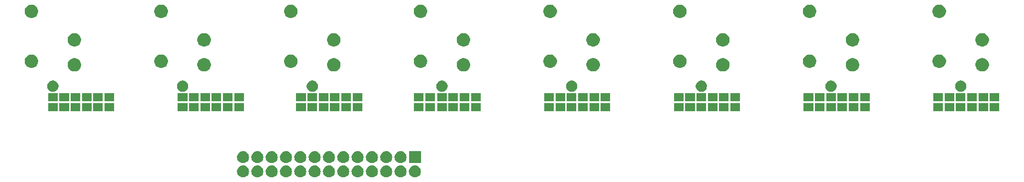
<source format=gbr>
G04 #@! TF.GenerationSoftware,KiCad,Pcbnew,(5.1.0-0)*
G04 #@! TF.CreationDate,2019-04-19T21:43:25+02:00*
G04 #@! TF.ProjectId,AddOnB,4164644f-6e42-42e6-9b69-6361645f7063,rev?*
G04 #@! TF.SameCoordinates,Original*
G04 #@! TF.FileFunction,Soldermask,Bot*
G04 #@! TF.FilePolarity,Negative*
%FSLAX46Y46*%
G04 Gerber Fmt 4.6, Leading zero omitted, Abs format (unit mm)*
G04 Created by KiCad (PCBNEW (5.1.0-0)) date 2019-04-19 21:43:25*
%MOMM*%
%LPD*%
G04 APERTURE LIST*
%ADD10C,0.100000*%
G04 APERTURE END LIST*
D10*
G36*
X84408500Y58708211D02*
G01*
X84608994Y58647392D01*
X84793759Y58548633D01*
X84793762Y58548631D01*
X84793763Y58548630D01*
X84955718Y58415718D01*
X85088630Y58253763D01*
X85088633Y58253759D01*
X85187392Y58068994D01*
X85248211Y57868500D01*
X85268746Y57660000D01*
X85248211Y57451500D01*
X85187392Y57251006D01*
X85088633Y57066241D01*
X85088631Y57066238D01*
X85088630Y57066237D01*
X84955718Y56904282D01*
X84793763Y56771370D01*
X84793759Y56771367D01*
X84608994Y56672608D01*
X84408500Y56611789D01*
X84252251Y56596400D01*
X84147749Y56596400D01*
X83991500Y56611789D01*
X83791006Y56672608D01*
X83606241Y56771367D01*
X83606237Y56771370D01*
X83444282Y56904282D01*
X83311370Y57066237D01*
X83311369Y57066238D01*
X83311367Y57066241D01*
X83212608Y57251006D01*
X83151789Y57451500D01*
X83131254Y57660000D01*
X83151789Y57868500D01*
X83212608Y58068994D01*
X83311367Y58253759D01*
X83311370Y58253763D01*
X83444282Y58415718D01*
X83606237Y58548630D01*
X83606238Y58548631D01*
X83606241Y58548633D01*
X83791006Y58647392D01*
X83991500Y58708211D01*
X84147749Y58723600D01*
X84252251Y58723600D01*
X84408500Y58708211D01*
X84408500Y58708211D01*
G37*
G36*
X81868500Y58708211D02*
G01*
X82068994Y58647392D01*
X82253759Y58548633D01*
X82253762Y58548631D01*
X82253763Y58548630D01*
X82415718Y58415718D01*
X82548630Y58253763D01*
X82548633Y58253759D01*
X82647392Y58068994D01*
X82708211Y57868500D01*
X82728746Y57660000D01*
X82708211Y57451500D01*
X82647392Y57251006D01*
X82548633Y57066241D01*
X82548631Y57066238D01*
X82548630Y57066237D01*
X82415718Y56904282D01*
X82253763Y56771370D01*
X82253759Y56771367D01*
X82068994Y56672608D01*
X81868500Y56611789D01*
X81712251Y56596400D01*
X81607749Y56596400D01*
X81451500Y56611789D01*
X81251006Y56672608D01*
X81066241Y56771367D01*
X81066237Y56771370D01*
X80904282Y56904282D01*
X80771370Y57066237D01*
X80771369Y57066238D01*
X80771367Y57066241D01*
X80672608Y57251006D01*
X80611789Y57451500D01*
X80591254Y57660000D01*
X80611789Y57868500D01*
X80672608Y58068994D01*
X80771367Y58253759D01*
X80771370Y58253763D01*
X80904282Y58415718D01*
X81066237Y58548630D01*
X81066238Y58548631D01*
X81066241Y58548633D01*
X81251006Y58647392D01*
X81451500Y58708211D01*
X81607749Y58723600D01*
X81712251Y58723600D01*
X81868500Y58708211D01*
X81868500Y58708211D01*
G37*
G36*
X79328500Y58708211D02*
G01*
X79528994Y58647392D01*
X79713759Y58548633D01*
X79713762Y58548631D01*
X79713763Y58548630D01*
X79875718Y58415718D01*
X80008630Y58253763D01*
X80008633Y58253759D01*
X80107392Y58068994D01*
X80168211Y57868500D01*
X80188746Y57660000D01*
X80168211Y57451500D01*
X80107392Y57251006D01*
X80008633Y57066241D01*
X80008631Y57066238D01*
X80008630Y57066237D01*
X79875718Y56904282D01*
X79713763Y56771370D01*
X79713759Y56771367D01*
X79528994Y56672608D01*
X79328500Y56611789D01*
X79172251Y56596400D01*
X79067749Y56596400D01*
X78911500Y56611789D01*
X78711006Y56672608D01*
X78526241Y56771367D01*
X78526237Y56771370D01*
X78364282Y56904282D01*
X78231370Y57066237D01*
X78231369Y57066238D01*
X78231367Y57066241D01*
X78132608Y57251006D01*
X78071789Y57451500D01*
X78051254Y57660000D01*
X78071789Y57868500D01*
X78132608Y58068994D01*
X78231367Y58253759D01*
X78231370Y58253763D01*
X78364282Y58415718D01*
X78526237Y58548630D01*
X78526238Y58548631D01*
X78526241Y58548633D01*
X78711006Y58647392D01*
X78911500Y58708211D01*
X79067749Y58723600D01*
X79172251Y58723600D01*
X79328500Y58708211D01*
X79328500Y58708211D01*
G37*
G36*
X76788500Y58708211D02*
G01*
X76988994Y58647392D01*
X77173759Y58548633D01*
X77173762Y58548631D01*
X77173763Y58548630D01*
X77335718Y58415718D01*
X77468630Y58253763D01*
X77468633Y58253759D01*
X77567392Y58068994D01*
X77628211Y57868500D01*
X77648746Y57660000D01*
X77628211Y57451500D01*
X77567392Y57251006D01*
X77468633Y57066241D01*
X77468631Y57066238D01*
X77468630Y57066237D01*
X77335718Y56904282D01*
X77173763Y56771370D01*
X77173759Y56771367D01*
X76988994Y56672608D01*
X76788500Y56611789D01*
X76632251Y56596400D01*
X76527749Y56596400D01*
X76371500Y56611789D01*
X76171006Y56672608D01*
X75986241Y56771367D01*
X75986237Y56771370D01*
X75824282Y56904282D01*
X75691370Y57066237D01*
X75691369Y57066238D01*
X75691367Y57066241D01*
X75592608Y57251006D01*
X75531789Y57451500D01*
X75511254Y57660000D01*
X75531789Y57868500D01*
X75592608Y58068994D01*
X75691367Y58253759D01*
X75691370Y58253763D01*
X75824282Y58415718D01*
X75986237Y58548630D01*
X75986238Y58548631D01*
X75986241Y58548633D01*
X76171006Y58647392D01*
X76371500Y58708211D01*
X76527749Y58723600D01*
X76632251Y58723600D01*
X76788500Y58708211D01*
X76788500Y58708211D01*
G37*
G36*
X74248500Y58708211D02*
G01*
X74448994Y58647392D01*
X74633759Y58548633D01*
X74633762Y58548631D01*
X74633763Y58548630D01*
X74795718Y58415718D01*
X74928630Y58253763D01*
X74928633Y58253759D01*
X75027392Y58068994D01*
X75088211Y57868500D01*
X75108746Y57660000D01*
X75088211Y57451500D01*
X75027392Y57251006D01*
X74928633Y57066241D01*
X74928631Y57066238D01*
X74928630Y57066237D01*
X74795718Y56904282D01*
X74633763Y56771370D01*
X74633759Y56771367D01*
X74448994Y56672608D01*
X74248500Y56611789D01*
X74092251Y56596400D01*
X73987749Y56596400D01*
X73831500Y56611789D01*
X73631006Y56672608D01*
X73446241Y56771367D01*
X73446237Y56771370D01*
X73284282Y56904282D01*
X73151370Y57066237D01*
X73151369Y57066238D01*
X73151367Y57066241D01*
X73052608Y57251006D01*
X72991789Y57451500D01*
X72971254Y57660000D01*
X72991789Y57868500D01*
X73052608Y58068994D01*
X73151367Y58253759D01*
X73151370Y58253763D01*
X73284282Y58415718D01*
X73446237Y58548630D01*
X73446238Y58548631D01*
X73446241Y58548633D01*
X73631006Y58647392D01*
X73831500Y58708211D01*
X73987749Y58723600D01*
X74092251Y58723600D01*
X74248500Y58708211D01*
X74248500Y58708211D01*
G37*
G36*
X71708500Y58708211D02*
G01*
X71908994Y58647392D01*
X72093759Y58548633D01*
X72093762Y58548631D01*
X72093763Y58548630D01*
X72255718Y58415718D01*
X72388630Y58253763D01*
X72388633Y58253759D01*
X72487392Y58068994D01*
X72548211Y57868500D01*
X72568746Y57660000D01*
X72548211Y57451500D01*
X72487392Y57251006D01*
X72388633Y57066241D01*
X72388631Y57066238D01*
X72388630Y57066237D01*
X72255718Y56904282D01*
X72093763Y56771370D01*
X72093759Y56771367D01*
X71908994Y56672608D01*
X71708500Y56611789D01*
X71552251Y56596400D01*
X71447749Y56596400D01*
X71291500Y56611789D01*
X71091006Y56672608D01*
X70906241Y56771367D01*
X70906237Y56771370D01*
X70744282Y56904282D01*
X70611370Y57066237D01*
X70611369Y57066238D01*
X70611367Y57066241D01*
X70512608Y57251006D01*
X70451789Y57451500D01*
X70431254Y57660000D01*
X70451789Y57868500D01*
X70512608Y58068994D01*
X70611367Y58253759D01*
X70611370Y58253763D01*
X70744282Y58415718D01*
X70906237Y58548630D01*
X70906238Y58548631D01*
X70906241Y58548633D01*
X71091006Y58647392D01*
X71291500Y58708211D01*
X71447749Y58723600D01*
X71552251Y58723600D01*
X71708500Y58708211D01*
X71708500Y58708211D01*
G37*
G36*
X69168500Y58708211D02*
G01*
X69368994Y58647392D01*
X69553759Y58548633D01*
X69553762Y58548631D01*
X69553763Y58548630D01*
X69715718Y58415718D01*
X69848630Y58253763D01*
X69848633Y58253759D01*
X69947392Y58068994D01*
X70008211Y57868500D01*
X70028746Y57660000D01*
X70008211Y57451500D01*
X69947392Y57251006D01*
X69848633Y57066241D01*
X69848631Y57066238D01*
X69848630Y57066237D01*
X69715718Y56904282D01*
X69553763Y56771370D01*
X69553759Y56771367D01*
X69368994Y56672608D01*
X69168500Y56611789D01*
X69012251Y56596400D01*
X68907749Y56596400D01*
X68751500Y56611789D01*
X68551006Y56672608D01*
X68366241Y56771367D01*
X68366237Y56771370D01*
X68204282Y56904282D01*
X68071370Y57066237D01*
X68071369Y57066238D01*
X68071367Y57066241D01*
X67972608Y57251006D01*
X67911789Y57451500D01*
X67891254Y57660000D01*
X67911789Y57868500D01*
X67972608Y58068994D01*
X68071367Y58253759D01*
X68071370Y58253763D01*
X68204282Y58415718D01*
X68366237Y58548630D01*
X68366238Y58548631D01*
X68366241Y58548633D01*
X68551006Y58647392D01*
X68751500Y58708211D01*
X68907749Y58723600D01*
X69012251Y58723600D01*
X69168500Y58708211D01*
X69168500Y58708211D01*
G37*
G36*
X66628500Y58708211D02*
G01*
X66828994Y58647392D01*
X67013759Y58548633D01*
X67013762Y58548631D01*
X67013763Y58548630D01*
X67175718Y58415718D01*
X67308630Y58253763D01*
X67308633Y58253759D01*
X67407392Y58068994D01*
X67468211Y57868500D01*
X67488746Y57660000D01*
X67468211Y57451500D01*
X67407392Y57251006D01*
X67308633Y57066241D01*
X67308631Y57066238D01*
X67308630Y57066237D01*
X67175718Y56904282D01*
X67013763Y56771370D01*
X67013759Y56771367D01*
X66828994Y56672608D01*
X66628500Y56611789D01*
X66472251Y56596400D01*
X66367749Y56596400D01*
X66211500Y56611789D01*
X66011006Y56672608D01*
X65826241Y56771367D01*
X65826237Y56771370D01*
X65664282Y56904282D01*
X65531370Y57066237D01*
X65531369Y57066238D01*
X65531367Y57066241D01*
X65432608Y57251006D01*
X65371789Y57451500D01*
X65351254Y57660000D01*
X65371789Y57868500D01*
X65432608Y58068994D01*
X65531367Y58253759D01*
X65531370Y58253763D01*
X65664282Y58415718D01*
X65826237Y58548630D01*
X65826238Y58548631D01*
X65826241Y58548633D01*
X66011006Y58647392D01*
X66211500Y58708211D01*
X66367749Y58723600D01*
X66472251Y58723600D01*
X66628500Y58708211D01*
X66628500Y58708211D01*
G37*
G36*
X64088500Y58708211D02*
G01*
X64288994Y58647392D01*
X64473759Y58548633D01*
X64473762Y58548631D01*
X64473763Y58548630D01*
X64635718Y58415718D01*
X64768630Y58253763D01*
X64768633Y58253759D01*
X64867392Y58068994D01*
X64928211Y57868500D01*
X64948746Y57660000D01*
X64928211Y57451500D01*
X64867392Y57251006D01*
X64768633Y57066241D01*
X64768631Y57066238D01*
X64768630Y57066237D01*
X64635718Y56904282D01*
X64473763Y56771370D01*
X64473759Y56771367D01*
X64288994Y56672608D01*
X64088500Y56611789D01*
X63932251Y56596400D01*
X63827749Y56596400D01*
X63671500Y56611789D01*
X63471006Y56672608D01*
X63286241Y56771367D01*
X63286237Y56771370D01*
X63124282Y56904282D01*
X62991370Y57066237D01*
X62991369Y57066238D01*
X62991367Y57066241D01*
X62892608Y57251006D01*
X62831789Y57451500D01*
X62811254Y57660000D01*
X62831789Y57868500D01*
X62892608Y58068994D01*
X62991367Y58253759D01*
X62991370Y58253763D01*
X63124282Y58415718D01*
X63286237Y58548630D01*
X63286238Y58548631D01*
X63286241Y58548633D01*
X63471006Y58647392D01*
X63671500Y58708211D01*
X63827749Y58723600D01*
X63932251Y58723600D01*
X64088500Y58708211D01*
X64088500Y58708211D01*
G37*
G36*
X61548500Y58708211D02*
G01*
X61748994Y58647392D01*
X61933759Y58548633D01*
X61933762Y58548631D01*
X61933763Y58548630D01*
X62095718Y58415718D01*
X62228630Y58253763D01*
X62228633Y58253759D01*
X62327392Y58068994D01*
X62388211Y57868500D01*
X62408746Y57660000D01*
X62388211Y57451500D01*
X62327392Y57251006D01*
X62228633Y57066241D01*
X62228631Y57066238D01*
X62228630Y57066237D01*
X62095718Y56904282D01*
X61933763Y56771370D01*
X61933759Y56771367D01*
X61748994Y56672608D01*
X61548500Y56611789D01*
X61392251Y56596400D01*
X61287749Y56596400D01*
X61131500Y56611789D01*
X60931006Y56672608D01*
X60746241Y56771367D01*
X60746237Y56771370D01*
X60584282Y56904282D01*
X60451370Y57066237D01*
X60451369Y57066238D01*
X60451367Y57066241D01*
X60352608Y57251006D01*
X60291789Y57451500D01*
X60271254Y57660000D01*
X60291789Y57868500D01*
X60352608Y58068994D01*
X60451367Y58253759D01*
X60451370Y58253763D01*
X60584282Y58415718D01*
X60746237Y58548630D01*
X60746238Y58548631D01*
X60746241Y58548633D01*
X60931006Y58647392D01*
X61131500Y58708211D01*
X61287749Y58723600D01*
X61392251Y58723600D01*
X61548500Y58708211D01*
X61548500Y58708211D01*
G37*
G36*
X59008500Y58708211D02*
G01*
X59208994Y58647392D01*
X59393759Y58548633D01*
X59393762Y58548631D01*
X59393763Y58548630D01*
X59555718Y58415718D01*
X59688630Y58253763D01*
X59688633Y58253759D01*
X59787392Y58068994D01*
X59848211Y57868500D01*
X59868746Y57660000D01*
X59848211Y57451500D01*
X59787392Y57251006D01*
X59688633Y57066241D01*
X59688631Y57066238D01*
X59688630Y57066237D01*
X59555718Y56904282D01*
X59393763Y56771370D01*
X59393759Y56771367D01*
X59208994Y56672608D01*
X59008500Y56611789D01*
X58852251Y56596400D01*
X58747749Y56596400D01*
X58591500Y56611789D01*
X58391006Y56672608D01*
X58206241Y56771367D01*
X58206237Y56771370D01*
X58044282Y56904282D01*
X57911370Y57066237D01*
X57911369Y57066238D01*
X57911367Y57066241D01*
X57812608Y57251006D01*
X57751789Y57451500D01*
X57731254Y57660000D01*
X57751789Y57868500D01*
X57812608Y58068994D01*
X57911367Y58253759D01*
X57911370Y58253763D01*
X58044282Y58415718D01*
X58206237Y58548630D01*
X58206238Y58548631D01*
X58206241Y58548633D01*
X58391006Y58647392D01*
X58591500Y58708211D01*
X58747749Y58723600D01*
X58852251Y58723600D01*
X59008500Y58708211D01*
X59008500Y58708211D01*
G37*
G36*
X56468500Y58708211D02*
G01*
X56668994Y58647392D01*
X56853759Y58548633D01*
X56853762Y58548631D01*
X56853763Y58548630D01*
X57015718Y58415718D01*
X57148630Y58253763D01*
X57148633Y58253759D01*
X57247392Y58068994D01*
X57308211Y57868500D01*
X57328746Y57660000D01*
X57308211Y57451500D01*
X57247392Y57251006D01*
X57148633Y57066241D01*
X57148631Y57066238D01*
X57148630Y57066237D01*
X57015718Y56904282D01*
X56853763Y56771370D01*
X56853759Y56771367D01*
X56668994Y56672608D01*
X56468500Y56611789D01*
X56312251Y56596400D01*
X56207749Y56596400D01*
X56051500Y56611789D01*
X55851006Y56672608D01*
X55666241Y56771367D01*
X55666237Y56771370D01*
X55504282Y56904282D01*
X55371370Y57066237D01*
X55371369Y57066238D01*
X55371367Y57066241D01*
X55272608Y57251006D01*
X55211789Y57451500D01*
X55191254Y57660000D01*
X55211789Y57868500D01*
X55272608Y58068994D01*
X55371367Y58253759D01*
X55371370Y58253763D01*
X55504282Y58415718D01*
X55666237Y58548630D01*
X55666238Y58548631D01*
X55666241Y58548633D01*
X55851006Y58647392D01*
X56051500Y58708211D01*
X56207749Y58723600D01*
X56312251Y58723600D01*
X56468500Y58708211D01*
X56468500Y58708211D01*
G37*
G36*
X53928500Y58708211D02*
G01*
X54128994Y58647392D01*
X54313759Y58548633D01*
X54313762Y58548631D01*
X54313763Y58548630D01*
X54475718Y58415718D01*
X54608630Y58253763D01*
X54608633Y58253759D01*
X54707392Y58068994D01*
X54768211Y57868500D01*
X54788746Y57660000D01*
X54768211Y57451500D01*
X54707392Y57251006D01*
X54608633Y57066241D01*
X54608631Y57066238D01*
X54608630Y57066237D01*
X54475718Y56904282D01*
X54313763Y56771370D01*
X54313759Y56771367D01*
X54128994Y56672608D01*
X53928500Y56611789D01*
X53772251Y56596400D01*
X53667749Y56596400D01*
X53511500Y56611789D01*
X53311006Y56672608D01*
X53126241Y56771367D01*
X53126237Y56771370D01*
X52964282Y56904282D01*
X52831370Y57066237D01*
X52831369Y57066238D01*
X52831367Y57066241D01*
X52732608Y57251006D01*
X52671789Y57451500D01*
X52651254Y57660000D01*
X52671789Y57868500D01*
X52732608Y58068994D01*
X52831367Y58253759D01*
X52831370Y58253763D01*
X52964282Y58415718D01*
X53126237Y58548630D01*
X53126238Y58548631D01*
X53126241Y58548633D01*
X53311006Y58647392D01*
X53511500Y58708211D01*
X53667749Y58723600D01*
X53772251Y58723600D01*
X53928500Y58708211D01*
X53928500Y58708211D01*
G37*
G36*
X53928500Y61248211D02*
G01*
X54128994Y61187392D01*
X54313759Y61088633D01*
X54313762Y61088631D01*
X54313763Y61088630D01*
X54475718Y60955718D01*
X54608630Y60793763D01*
X54608633Y60793759D01*
X54707392Y60608994D01*
X54768211Y60408500D01*
X54788746Y60200000D01*
X54768211Y59991500D01*
X54707392Y59791006D01*
X54608633Y59606241D01*
X54608631Y59606238D01*
X54608630Y59606237D01*
X54475718Y59444282D01*
X54313763Y59311370D01*
X54313759Y59311367D01*
X54128994Y59212608D01*
X53928500Y59151789D01*
X53772251Y59136400D01*
X53667749Y59136400D01*
X53511500Y59151789D01*
X53311006Y59212608D01*
X53126241Y59311367D01*
X53126237Y59311370D01*
X52964282Y59444282D01*
X52831370Y59606237D01*
X52831369Y59606238D01*
X52831367Y59606241D01*
X52732608Y59791006D01*
X52671789Y59991500D01*
X52651254Y60200000D01*
X52671789Y60408500D01*
X52732608Y60608994D01*
X52831367Y60793759D01*
X52831370Y60793763D01*
X52964282Y60955718D01*
X53126237Y61088630D01*
X53126238Y61088631D01*
X53126241Y61088633D01*
X53311006Y61187392D01*
X53511500Y61248211D01*
X53667749Y61263600D01*
X53772251Y61263600D01*
X53928500Y61248211D01*
X53928500Y61248211D01*
G37*
G36*
X56468500Y61248211D02*
G01*
X56668994Y61187392D01*
X56853759Y61088633D01*
X56853762Y61088631D01*
X56853763Y61088630D01*
X57015718Y60955718D01*
X57148630Y60793763D01*
X57148633Y60793759D01*
X57247392Y60608994D01*
X57308211Y60408500D01*
X57328746Y60200000D01*
X57308211Y59991500D01*
X57247392Y59791006D01*
X57148633Y59606241D01*
X57148631Y59606238D01*
X57148630Y59606237D01*
X57015718Y59444282D01*
X56853763Y59311370D01*
X56853759Y59311367D01*
X56668994Y59212608D01*
X56468500Y59151789D01*
X56312251Y59136400D01*
X56207749Y59136400D01*
X56051500Y59151789D01*
X55851006Y59212608D01*
X55666241Y59311367D01*
X55666237Y59311370D01*
X55504282Y59444282D01*
X55371370Y59606237D01*
X55371369Y59606238D01*
X55371367Y59606241D01*
X55272608Y59791006D01*
X55211789Y59991500D01*
X55191254Y60200000D01*
X55211789Y60408500D01*
X55272608Y60608994D01*
X55371367Y60793759D01*
X55371370Y60793763D01*
X55504282Y60955718D01*
X55666237Y61088630D01*
X55666238Y61088631D01*
X55666241Y61088633D01*
X55851006Y61187392D01*
X56051500Y61248211D01*
X56207749Y61263600D01*
X56312251Y61263600D01*
X56468500Y61248211D01*
X56468500Y61248211D01*
G37*
G36*
X59008500Y61248211D02*
G01*
X59208994Y61187392D01*
X59393759Y61088633D01*
X59393762Y61088631D01*
X59393763Y61088630D01*
X59555718Y60955718D01*
X59688630Y60793763D01*
X59688633Y60793759D01*
X59787392Y60608994D01*
X59848211Y60408500D01*
X59868746Y60200000D01*
X59848211Y59991500D01*
X59787392Y59791006D01*
X59688633Y59606241D01*
X59688631Y59606238D01*
X59688630Y59606237D01*
X59555718Y59444282D01*
X59393763Y59311370D01*
X59393759Y59311367D01*
X59208994Y59212608D01*
X59008500Y59151789D01*
X58852251Y59136400D01*
X58747749Y59136400D01*
X58591500Y59151789D01*
X58391006Y59212608D01*
X58206241Y59311367D01*
X58206237Y59311370D01*
X58044282Y59444282D01*
X57911370Y59606237D01*
X57911369Y59606238D01*
X57911367Y59606241D01*
X57812608Y59791006D01*
X57751789Y59991500D01*
X57731254Y60200000D01*
X57751789Y60408500D01*
X57812608Y60608994D01*
X57911367Y60793759D01*
X57911370Y60793763D01*
X58044282Y60955718D01*
X58206237Y61088630D01*
X58206238Y61088631D01*
X58206241Y61088633D01*
X58391006Y61187392D01*
X58591500Y61248211D01*
X58747749Y61263600D01*
X58852251Y61263600D01*
X59008500Y61248211D01*
X59008500Y61248211D01*
G37*
G36*
X61548500Y61248211D02*
G01*
X61748994Y61187392D01*
X61933759Y61088633D01*
X61933762Y61088631D01*
X61933763Y61088630D01*
X62095718Y60955718D01*
X62228630Y60793763D01*
X62228633Y60793759D01*
X62327392Y60608994D01*
X62388211Y60408500D01*
X62408746Y60200000D01*
X62388211Y59991500D01*
X62327392Y59791006D01*
X62228633Y59606241D01*
X62228631Y59606238D01*
X62228630Y59606237D01*
X62095718Y59444282D01*
X61933763Y59311370D01*
X61933759Y59311367D01*
X61748994Y59212608D01*
X61548500Y59151789D01*
X61392251Y59136400D01*
X61287749Y59136400D01*
X61131500Y59151789D01*
X60931006Y59212608D01*
X60746241Y59311367D01*
X60746237Y59311370D01*
X60584282Y59444282D01*
X60451370Y59606237D01*
X60451369Y59606238D01*
X60451367Y59606241D01*
X60352608Y59791006D01*
X60291789Y59991500D01*
X60271254Y60200000D01*
X60291789Y60408500D01*
X60352608Y60608994D01*
X60451367Y60793759D01*
X60451370Y60793763D01*
X60584282Y60955718D01*
X60746237Y61088630D01*
X60746238Y61088631D01*
X60746241Y61088633D01*
X60931006Y61187392D01*
X61131500Y61248211D01*
X61287749Y61263600D01*
X61392251Y61263600D01*
X61548500Y61248211D01*
X61548500Y61248211D01*
G37*
G36*
X64088500Y61248211D02*
G01*
X64288994Y61187392D01*
X64473759Y61088633D01*
X64473762Y61088631D01*
X64473763Y61088630D01*
X64635718Y60955718D01*
X64768630Y60793763D01*
X64768633Y60793759D01*
X64867392Y60608994D01*
X64928211Y60408500D01*
X64948746Y60200000D01*
X64928211Y59991500D01*
X64867392Y59791006D01*
X64768633Y59606241D01*
X64768631Y59606238D01*
X64768630Y59606237D01*
X64635718Y59444282D01*
X64473763Y59311370D01*
X64473759Y59311367D01*
X64288994Y59212608D01*
X64088500Y59151789D01*
X63932251Y59136400D01*
X63827749Y59136400D01*
X63671500Y59151789D01*
X63471006Y59212608D01*
X63286241Y59311367D01*
X63286237Y59311370D01*
X63124282Y59444282D01*
X62991370Y59606237D01*
X62991369Y59606238D01*
X62991367Y59606241D01*
X62892608Y59791006D01*
X62831789Y59991500D01*
X62811254Y60200000D01*
X62831789Y60408500D01*
X62892608Y60608994D01*
X62991367Y60793759D01*
X62991370Y60793763D01*
X63124282Y60955718D01*
X63286237Y61088630D01*
X63286238Y61088631D01*
X63286241Y61088633D01*
X63471006Y61187392D01*
X63671500Y61248211D01*
X63827749Y61263600D01*
X63932251Y61263600D01*
X64088500Y61248211D01*
X64088500Y61248211D01*
G37*
G36*
X66628500Y61248211D02*
G01*
X66828994Y61187392D01*
X67013759Y61088633D01*
X67013762Y61088631D01*
X67013763Y61088630D01*
X67175718Y60955718D01*
X67308630Y60793763D01*
X67308633Y60793759D01*
X67407392Y60608994D01*
X67468211Y60408500D01*
X67488746Y60200000D01*
X67468211Y59991500D01*
X67407392Y59791006D01*
X67308633Y59606241D01*
X67308631Y59606238D01*
X67308630Y59606237D01*
X67175718Y59444282D01*
X67013763Y59311370D01*
X67013759Y59311367D01*
X66828994Y59212608D01*
X66628500Y59151789D01*
X66472251Y59136400D01*
X66367749Y59136400D01*
X66211500Y59151789D01*
X66011006Y59212608D01*
X65826241Y59311367D01*
X65826237Y59311370D01*
X65664282Y59444282D01*
X65531370Y59606237D01*
X65531369Y59606238D01*
X65531367Y59606241D01*
X65432608Y59791006D01*
X65371789Y59991500D01*
X65351254Y60200000D01*
X65371789Y60408500D01*
X65432608Y60608994D01*
X65531367Y60793759D01*
X65531370Y60793763D01*
X65664282Y60955718D01*
X65826237Y61088630D01*
X65826238Y61088631D01*
X65826241Y61088633D01*
X66011006Y61187392D01*
X66211500Y61248211D01*
X66367749Y61263600D01*
X66472251Y61263600D01*
X66628500Y61248211D01*
X66628500Y61248211D01*
G37*
G36*
X69168500Y61248211D02*
G01*
X69368994Y61187392D01*
X69553759Y61088633D01*
X69553762Y61088631D01*
X69553763Y61088630D01*
X69715718Y60955718D01*
X69848630Y60793763D01*
X69848633Y60793759D01*
X69947392Y60608994D01*
X70008211Y60408500D01*
X70028746Y60200000D01*
X70008211Y59991500D01*
X69947392Y59791006D01*
X69848633Y59606241D01*
X69848631Y59606238D01*
X69848630Y59606237D01*
X69715718Y59444282D01*
X69553763Y59311370D01*
X69553759Y59311367D01*
X69368994Y59212608D01*
X69168500Y59151789D01*
X69012251Y59136400D01*
X68907749Y59136400D01*
X68751500Y59151789D01*
X68551006Y59212608D01*
X68366241Y59311367D01*
X68366237Y59311370D01*
X68204282Y59444282D01*
X68071370Y59606237D01*
X68071369Y59606238D01*
X68071367Y59606241D01*
X67972608Y59791006D01*
X67911789Y59991500D01*
X67891254Y60200000D01*
X67911789Y60408500D01*
X67972608Y60608994D01*
X68071367Y60793759D01*
X68071370Y60793763D01*
X68204282Y60955718D01*
X68366237Y61088630D01*
X68366238Y61088631D01*
X68366241Y61088633D01*
X68551006Y61187392D01*
X68751500Y61248211D01*
X68907749Y61263600D01*
X69012251Y61263600D01*
X69168500Y61248211D01*
X69168500Y61248211D01*
G37*
G36*
X71708500Y61248211D02*
G01*
X71908994Y61187392D01*
X72093759Y61088633D01*
X72093762Y61088631D01*
X72093763Y61088630D01*
X72255718Y60955718D01*
X72388630Y60793763D01*
X72388633Y60793759D01*
X72487392Y60608994D01*
X72548211Y60408500D01*
X72568746Y60200000D01*
X72548211Y59991500D01*
X72487392Y59791006D01*
X72388633Y59606241D01*
X72388631Y59606238D01*
X72388630Y59606237D01*
X72255718Y59444282D01*
X72093763Y59311370D01*
X72093759Y59311367D01*
X71908994Y59212608D01*
X71708500Y59151789D01*
X71552251Y59136400D01*
X71447749Y59136400D01*
X71291500Y59151789D01*
X71091006Y59212608D01*
X70906241Y59311367D01*
X70906237Y59311370D01*
X70744282Y59444282D01*
X70611370Y59606237D01*
X70611369Y59606238D01*
X70611367Y59606241D01*
X70512608Y59791006D01*
X70451789Y59991500D01*
X70431254Y60200000D01*
X70451789Y60408500D01*
X70512608Y60608994D01*
X70611367Y60793759D01*
X70611370Y60793763D01*
X70744282Y60955718D01*
X70906237Y61088630D01*
X70906238Y61088631D01*
X70906241Y61088633D01*
X71091006Y61187392D01*
X71291500Y61248211D01*
X71447749Y61263600D01*
X71552251Y61263600D01*
X71708500Y61248211D01*
X71708500Y61248211D01*
G37*
G36*
X74248500Y61248211D02*
G01*
X74448994Y61187392D01*
X74633759Y61088633D01*
X74633762Y61088631D01*
X74633763Y61088630D01*
X74795718Y60955718D01*
X74928630Y60793763D01*
X74928633Y60793759D01*
X75027392Y60608994D01*
X75088211Y60408500D01*
X75108746Y60200000D01*
X75088211Y59991500D01*
X75027392Y59791006D01*
X74928633Y59606241D01*
X74928631Y59606238D01*
X74928630Y59606237D01*
X74795718Y59444282D01*
X74633763Y59311370D01*
X74633759Y59311367D01*
X74448994Y59212608D01*
X74248500Y59151789D01*
X74092251Y59136400D01*
X73987749Y59136400D01*
X73831500Y59151789D01*
X73631006Y59212608D01*
X73446241Y59311367D01*
X73446237Y59311370D01*
X73284282Y59444282D01*
X73151370Y59606237D01*
X73151369Y59606238D01*
X73151367Y59606241D01*
X73052608Y59791006D01*
X72991789Y59991500D01*
X72971254Y60200000D01*
X72991789Y60408500D01*
X73052608Y60608994D01*
X73151367Y60793759D01*
X73151370Y60793763D01*
X73284282Y60955718D01*
X73446237Y61088630D01*
X73446238Y61088631D01*
X73446241Y61088633D01*
X73631006Y61187392D01*
X73831500Y61248211D01*
X73987749Y61263600D01*
X74092251Y61263600D01*
X74248500Y61248211D01*
X74248500Y61248211D01*
G37*
G36*
X76788500Y61248211D02*
G01*
X76988994Y61187392D01*
X77173759Y61088633D01*
X77173762Y61088631D01*
X77173763Y61088630D01*
X77335718Y60955718D01*
X77468630Y60793763D01*
X77468633Y60793759D01*
X77567392Y60608994D01*
X77628211Y60408500D01*
X77648746Y60200000D01*
X77628211Y59991500D01*
X77567392Y59791006D01*
X77468633Y59606241D01*
X77468631Y59606238D01*
X77468630Y59606237D01*
X77335718Y59444282D01*
X77173763Y59311370D01*
X77173759Y59311367D01*
X76988994Y59212608D01*
X76788500Y59151789D01*
X76632251Y59136400D01*
X76527749Y59136400D01*
X76371500Y59151789D01*
X76171006Y59212608D01*
X75986241Y59311367D01*
X75986237Y59311370D01*
X75824282Y59444282D01*
X75691370Y59606237D01*
X75691369Y59606238D01*
X75691367Y59606241D01*
X75592608Y59791006D01*
X75531789Y59991500D01*
X75511254Y60200000D01*
X75531789Y60408500D01*
X75592608Y60608994D01*
X75691367Y60793759D01*
X75691370Y60793763D01*
X75824282Y60955718D01*
X75986237Y61088630D01*
X75986238Y61088631D01*
X75986241Y61088633D01*
X76171006Y61187392D01*
X76371500Y61248211D01*
X76527749Y61263600D01*
X76632251Y61263600D01*
X76788500Y61248211D01*
X76788500Y61248211D01*
G37*
G36*
X79328500Y61248211D02*
G01*
X79528994Y61187392D01*
X79713759Y61088633D01*
X79713762Y61088631D01*
X79713763Y61088630D01*
X79875718Y60955718D01*
X80008630Y60793763D01*
X80008633Y60793759D01*
X80107392Y60608994D01*
X80168211Y60408500D01*
X80188746Y60200000D01*
X80168211Y59991500D01*
X80107392Y59791006D01*
X80008633Y59606241D01*
X80008631Y59606238D01*
X80008630Y59606237D01*
X79875718Y59444282D01*
X79713763Y59311370D01*
X79713759Y59311367D01*
X79528994Y59212608D01*
X79328500Y59151789D01*
X79172251Y59136400D01*
X79067749Y59136400D01*
X78911500Y59151789D01*
X78711006Y59212608D01*
X78526241Y59311367D01*
X78526237Y59311370D01*
X78364282Y59444282D01*
X78231370Y59606237D01*
X78231369Y59606238D01*
X78231367Y59606241D01*
X78132608Y59791006D01*
X78071789Y59991500D01*
X78051254Y60200000D01*
X78071789Y60408500D01*
X78132608Y60608994D01*
X78231367Y60793759D01*
X78231370Y60793763D01*
X78364282Y60955718D01*
X78526237Y61088630D01*
X78526238Y61088631D01*
X78526241Y61088633D01*
X78711006Y61187392D01*
X78911500Y61248211D01*
X79067749Y61263600D01*
X79172251Y61263600D01*
X79328500Y61248211D01*
X79328500Y61248211D01*
G37*
G36*
X81868500Y61248211D02*
G01*
X82068994Y61187392D01*
X82253759Y61088633D01*
X82253762Y61088631D01*
X82253763Y61088630D01*
X82415718Y60955718D01*
X82548630Y60793763D01*
X82548633Y60793759D01*
X82647392Y60608994D01*
X82708211Y60408500D01*
X82728746Y60200000D01*
X82708211Y59991500D01*
X82647392Y59791006D01*
X82548633Y59606241D01*
X82548631Y59606238D01*
X82548630Y59606237D01*
X82415718Y59444282D01*
X82253763Y59311370D01*
X82253759Y59311367D01*
X82068994Y59212608D01*
X81868500Y59151789D01*
X81712251Y59136400D01*
X81607749Y59136400D01*
X81451500Y59151789D01*
X81251006Y59212608D01*
X81066241Y59311367D01*
X81066237Y59311370D01*
X80904282Y59444282D01*
X80771370Y59606237D01*
X80771369Y59606238D01*
X80771367Y59606241D01*
X80672608Y59791006D01*
X80611789Y59991500D01*
X80591254Y60200000D01*
X80611789Y60408500D01*
X80672608Y60608994D01*
X80771367Y60793759D01*
X80771370Y60793763D01*
X80904282Y60955718D01*
X81066237Y61088630D01*
X81066238Y61088631D01*
X81066241Y61088633D01*
X81251006Y61187392D01*
X81451500Y61248211D01*
X81607749Y61263600D01*
X81712251Y61263600D01*
X81868500Y61248211D01*
X81868500Y61248211D01*
G37*
G36*
X85263600Y59136400D02*
G01*
X83136400Y59136400D01*
X83136400Y61263600D01*
X85263600Y61263600D01*
X85263600Y59136400D01*
X85263600Y59136400D01*
G37*
G36*
X91850000Y68400000D02*
G01*
X90150000Y68400000D01*
X90150000Y69800000D01*
X91850000Y69800000D01*
X91850000Y68400000D01*
X91850000Y68400000D01*
G37*
G36*
X89850000Y68400000D02*
G01*
X88150000Y68400000D01*
X88150000Y69800000D01*
X89850000Y69800000D01*
X89850000Y68400000D01*
X89850000Y68400000D01*
G37*
G36*
X87750000Y68400000D02*
G01*
X86050000Y68400000D01*
X86050000Y69800000D01*
X87750000Y69800000D01*
X87750000Y68400000D01*
X87750000Y68400000D01*
G37*
G36*
X85750000Y68400000D02*
G01*
X84050000Y68400000D01*
X84050000Y69800000D01*
X85750000Y69800000D01*
X85750000Y68400000D01*
X85750000Y68400000D01*
G37*
G36*
X74850000Y68400000D02*
G01*
X73150000Y68400000D01*
X73150000Y69800000D01*
X74850000Y69800000D01*
X74850000Y68400000D01*
X74850000Y68400000D01*
G37*
G36*
X72850000Y68400000D02*
G01*
X71150000Y68400000D01*
X71150000Y69800000D01*
X72850000Y69800000D01*
X72850000Y68400000D01*
X72850000Y68400000D01*
G37*
G36*
X70850000Y68400000D02*
G01*
X69150000Y68400000D01*
X69150000Y69800000D01*
X70850000Y69800000D01*
X70850000Y68400000D01*
X70850000Y68400000D01*
G37*
G36*
X68850000Y68400000D02*
G01*
X67150000Y68400000D01*
X67150000Y69800000D01*
X68850000Y69800000D01*
X68850000Y68400000D01*
X68850000Y68400000D01*
G37*
G36*
X66850000Y68400000D02*
G01*
X65150000Y68400000D01*
X65150000Y69800000D01*
X66850000Y69800000D01*
X66850000Y68400000D01*
X66850000Y68400000D01*
G37*
G36*
X64850000Y68400000D02*
G01*
X63150000Y68400000D01*
X63150000Y69800000D01*
X64850000Y69800000D01*
X64850000Y68400000D01*
X64850000Y68400000D01*
G37*
G36*
X53850000Y68400000D02*
G01*
X52150000Y68400000D01*
X52150000Y69800000D01*
X53850000Y69800000D01*
X53850000Y68400000D01*
X53850000Y68400000D01*
G37*
G36*
X51850000Y68400000D02*
G01*
X50150000Y68400000D01*
X50150000Y69800000D01*
X51850000Y69800000D01*
X51850000Y68400000D01*
X51850000Y68400000D01*
G37*
G36*
X49850000Y68400000D02*
G01*
X48150000Y68400000D01*
X48150000Y69800000D01*
X49850000Y69800000D01*
X49850000Y68400000D01*
X49850000Y68400000D01*
G37*
G36*
X47850000Y68400000D02*
G01*
X46150000Y68400000D01*
X46150000Y69800000D01*
X47850000Y69800000D01*
X47850000Y68400000D01*
X47850000Y68400000D01*
G37*
G36*
X45850000Y68400000D02*
G01*
X44150000Y68400000D01*
X44150000Y69800000D01*
X45850000Y69800000D01*
X45850000Y68400000D01*
X45850000Y68400000D01*
G37*
G36*
X43850000Y68400000D02*
G01*
X42150000Y68400000D01*
X42150000Y69800000D01*
X43850000Y69800000D01*
X43850000Y68400000D01*
X43850000Y68400000D01*
G37*
G36*
X30850000Y68400000D02*
G01*
X29150000Y68400000D01*
X29150000Y69800000D01*
X30850000Y69800000D01*
X30850000Y68400000D01*
X30850000Y68400000D01*
G37*
G36*
X28850000Y68400000D02*
G01*
X27150000Y68400000D01*
X27150000Y69800000D01*
X28850000Y69800000D01*
X28850000Y68400000D01*
X28850000Y68400000D01*
G37*
G36*
X26850000Y68400000D02*
G01*
X25150000Y68400000D01*
X25150000Y69800000D01*
X26850000Y69800000D01*
X26850000Y68400000D01*
X26850000Y68400000D01*
G37*
G36*
X24850000Y68400000D02*
G01*
X23150000Y68400000D01*
X23150000Y69800000D01*
X24850000Y69800000D01*
X24850000Y68400000D01*
X24850000Y68400000D01*
G37*
G36*
X22850000Y68400000D02*
G01*
X21150000Y68400000D01*
X21150000Y69800000D01*
X22850000Y69800000D01*
X22850000Y68400000D01*
X22850000Y68400000D01*
G37*
G36*
X20850000Y68400000D02*
G01*
X19150000Y68400000D01*
X19150000Y69800000D01*
X20850000Y69800000D01*
X20850000Y68400000D01*
X20850000Y68400000D01*
G37*
G36*
X177850000Y68400000D02*
G01*
X176150000Y68400000D01*
X176150000Y69800000D01*
X177850000Y69800000D01*
X177850000Y68400000D01*
X177850000Y68400000D01*
G37*
G36*
X181850000Y68400000D02*
G01*
X180150000Y68400000D01*
X180150000Y69800000D01*
X181850000Y69800000D01*
X181850000Y68400000D01*
X181850000Y68400000D01*
G37*
G36*
X183850000Y68400000D02*
G01*
X182150000Y68400000D01*
X182150000Y69800000D01*
X183850000Y69800000D01*
X183850000Y68400000D01*
X183850000Y68400000D01*
G37*
G36*
X187850000Y68400000D02*
G01*
X186150000Y68400000D01*
X186150000Y69800000D01*
X187850000Y69800000D01*
X187850000Y68400000D01*
X187850000Y68400000D01*
G37*
G36*
X154850000Y68400000D02*
G01*
X153150000Y68400000D01*
X153150000Y69800000D01*
X154850000Y69800000D01*
X154850000Y68400000D01*
X154850000Y68400000D01*
G37*
G36*
X158850000Y68400000D02*
G01*
X157150000Y68400000D01*
X157150000Y69800000D01*
X158850000Y69800000D01*
X158850000Y68400000D01*
X158850000Y68400000D01*
G37*
G36*
X160850000Y68400000D02*
G01*
X159150000Y68400000D01*
X159150000Y69800000D01*
X160850000Y69800000D01*
X160850000Y68400000D01*
X160850000Y68400000D01*
G37*
G36*
X164850000Y68400000D02*
G01*
X163150000Y68400000D01*
X163150000Y69800000D01*
X164850000Y69800000D01*
X164850000Y68400000D01*
X164850000Y68400000D01*
G37*
G36*
X131850000Y68400000D02*
G01*
X130150000Y68400000D01*
X130150000Y69800000D01*
X131850000Y69800000D01*
X131850000Y68400000D01*
X131850000Y68400000D01*
G37*
G36*
X135850000Y68400000D02*
G01*
X134150000Y68400000D01*
X134150000Y69800000D01*
X135850000Y69800000D01*
X135850000Y68400000D01*
X135850000Y68400000D01*
G37*
G36*
X137850000Y68400000D02*
G01*
X136150000Y68400000D01*
X136150000Y69800000D01*
X137850000Y69800000D01*
X137850000Y68400000D01*
X137850000Y68400000D01*
G37*
G36*
X141850000Y68400000D02*
G01*
X140150000Y68400000D01*
X140150000Y69800000D01*
X141850000Y69800000D01*
X141850000Y68400000D01*
X141850000Y68400000D01*
G37*
G36*
X108850000Y68400000D02*
G01*
X107150000Y68400000D01*
X107150000Y69800000D01*
X108850000Y69800000D01*
X108850000Y68400000D01*
X108850000Y68400000D01*
G37*
G36*
X112850000Y68400000D02*
G01*
X111150000Y68400000D01*
X111150000Y69800000D01*
X112850000Y69800000D01*
X112850000Y68400000D01*
X112850000Y68400000D01*
G37*
G36*
X114850000Y68400000D02*
G01*
X113150000Y68400000D01*
X113150000Y69800000D01*
X114850000Y69800000D01*
X114850000Y68400000D01*
X114850000Y68400000D01*
G37*
G36*
X118850000Y68400000D02*
G01*
X117150000Y68400000D01*
X117150000Y69800000D01*
X118850000Y69800000D01*
X118850000Y68400000D01*
X118850000Y68400000D01*
G37*
G36*
X179850000Y68400000D02*
G01*
X178150000Y68400000D01*
X178150000Y69800000D01*
X179850000Y69800000D01*
X179850000Y68400000D01*
X179850000Y68400000D01*
G37*
G36*
X185850000Y68400000D02*
G01*
X184150000Y68400000D01*
X184150000Y69800000D01*
X185850000Y69800000D01*
X185850000Y68400000D01*
X185850000Y68400000D01*
G37*
G36*
X156850000Y68400000D02*
G01*
X155150000Y68400000D01*
X155150000Y69800000D01*
X156850000Y69800000D01*
X156850000Y68400000D01*
X156850000Y68400000D01*
G37*
G36*
X162850000Y68400000D02*
G01*
X161150000Y68400000D01*
X161150000Y69800000D01*
X162850000Y69800000D01*
X162850000Y68400000D01*
X162850000Y68400000D01*
G37*
G36*
X133850000Y68400000D02*
G01*
X132150000Y68400000D01*
X132150000Y69800000D01*
X133850000Y69800000D01*
X133850000Y68400000D01*
X133850000Y68400000D01*
G37*
G36*
X139850000Y68400000D02*
G01*
X138150000Y68400000D01*
X138150000Y69800000D01*
X139850000Y69800000D01*
X139850000Y68400000D01*
X139850000Y68400000D01*
G37*
G36*
X110850000Y68400000D02*
G01*
X109150000Y68400000D01*
X109150000Y69800000D01*
X110850000Y69800000D01*
X110850000Y68400000D01*
X110850000Y68400000D01*
G37*
G36*
X116850000Y68400000D02*
G01*
X115150000Y68400000D01*
X115150000Y69800000D01*
X116850000Y69800000D01*
X116850000Y68400000D01*
X116850000Y68400000D01*
G37*
G36*
X93850000Y68400000D02*
G01*
X92150000Y68400000D01*
X92150000Y69800000D01*
X93850000Y69800000D01*
X93850000Y68400000D01*
X93850000Y68400000D01*
G37*
G36*
X95850000Y68400000D02*
G01*
X94150000Y68400000D01*
X94150000Y69800000D01*
X95850000Y69800000D01*
X95850000Y68400000D01*
X95850000Y68400000D01*
G37*
G36*
X177850000Y70200000D02*
G01*
X176150000Y70200000D01*
X176150000Y71600000D01*
X177850000Y71600000D01*
X177850000Y70200000D01*
X177850000Y70200000D01*
G37*
G36*
X53850000Y70200000D02*
G01*
X52150000Y70200000D01*
X52150000Y71600000D01*
X53850000Y71600000D01*
X53850000Y70200000D01*
X53850000Y70200000D01*
G37*
G36*
X187850000Y70200000D02*
G01*
X186150000Y70200000D01*
X186150000Y71600000D01*
X187850000Y71600000D01*
X187850000Y70200000D01*
X187850000Y70200000D01*
G37*
G36*
X185850000Y70200000D02*
G01*
X184150000Y70200000D01*
X184150000Y71600000D01*
X185850000Y71600000D01*
X185850000Y70200000D01*
X185850000Y70200000D01*
G37*
G36*
X181850000Y70200000D02*
G01*
X180150000Y70200000D01*
X180150000Y71600000D01*
X181850000Y71600000D01*
X181850000Y70200000D01*
X181850000Y70200000D01*
G37*
G36*
X183850000Y70200000D02*
G01*
X182150000Y70200000D01*
X182150000Y71600000D01*
X183850000Y71600000D01*
X183850000Y70200000D01*
X183850000Y70200000D01*
G37*
G36*
X154850000Y70200000D02*
G01*
X153150000Y70200000D01*
X153150000Y71600000D01*
X154850000Y71600000D01*
X154850000Y70200000D01*
X154850000Y70200000D01*
G37*
G36*
X179850000Y70200000D02*
G01*
X178150000Y70200000D01*
X178150000Y71600000D01*
X179850000Y71600000D01*
X179850000Y70200000D01*
X179850000Y70200000D01*
G37*
G36*
X158850000Y70200000D02*
G01*
X157150000Y70200000D01*
X157150000Y71600000D01*
X158850000Y71600000D01*
X158850000Y70200000D01*
X158850000Y70200000D01*
G37*
G36*
X160850000Y70200000D02*
G01*
X159150000Y70200000D01*
X159150000Y71600000D01*
X160850000Y71600000D01*
X160850000Y70200000D01*
X160850000Y70200000D01*
G37*
G36*
X164850000Y70200000D02*
G01*
X163150000Y70200000D01*
X163150000Y71600000D01*
X164850000Y71600000D01*
X164850000Y70200000D01*
X164850000Y70200000D01*
G37*
G36*
X162850000Y70200000D02*
G01*
X161150000Y70200000D01*
X161150000Y71600000D01*
X162850000Y71600000D01*
X162850000Y70200000D01*
X162850000Y70200000D01*
G37*
G36*
X26850000Y70200000D02*
G01*
X25150000Y70200000D01*
X25150000Y71600000D01*
X26850000Y71600000D01*
X26850000Y70200000D01*
X26850000Y70200000D01*
G37*
G36*
X131850000Y70200000D02*
G01*
X130150000Y70200000D01*
X130150000Y71600000D01*
X131850000Y71600000D01*
X131850000Y70200000D01*
X131850000Y70200000D01*
G37*
G36*
X30850000Y70200000D02*
G01*
X29150000Y70200000D01*
X29150000Y71600000D01*
X30850000Y71600000D01*
X30850000Y70200000D01*
X30850000Y70200000D01*
G37*
G36*
X20850000Y70200000D02*
G01*
X19150000Y70200000D01*
X19150000Y71600000D01*
X20850000Y71600000D01*
X20850000Y70200000D01*
X20850000Y70200000D01*
G37*
G36*
X156850000Y70200000D02*
G01*
X155150000Y70200000D01*
X155150000Y71600000D01*
X156850000Y71600000D01*
X156850000Y70200000D01*
X156850000Y70200000D01*
G37*
G36*
X24850000Y70200000D02*
G01*
X23150000Y70200000D01*
X23150000Y71600000D01*
X24850000Y71600000D01*
X24850000Y70200000D01*
X24850000Y70200000D01*
G37*
G36*
X49850000Y70200000D02*
G01*
X48150000Y70200000D01*
X48150000Y71600000D01*
X49850000Y71600000D01*
X49850000Y70200000D01*
X49850000Y70200000D01*
G37*
G36*
X118850000Y70200000D02*
G01*
X117150000Y70200000D01*
X117150000Y71600000D01*
X118850000Y71600000D01*
X118850000Y70200000D01*
X118850000Y70200000D01*
G37*
G36*
X116850000Y70200000D02*
G01*
X115150000Y70200000D01*
X115150000Y71600000D01*
X116850000Y71600000D01*
X116850000Y70200000D01*
X116850000Y70200000D01*
G37*
G36*
X43850000Y70200000D02*
G01*
X42150000Y70200000D01*
X42150000Y71600000D01*
X43850000Y71600000D01*
X43850000Y70200000D01*
X43850000Y70200000D01*
G37*
G36*
X133850000Y70200000D02*
G01*
X132150000Y70200000D01*
X132150000Y71600000D01*
X133850000Y71600000D01*
X133850000Y70200000D01*
X133850000Y70200000D01*
G37*
G36*
X47850000Y70200000D02*
G01*
X46150000Y70200000D01*
X46150000Y71600000D01*
X47850000Y71600000D01*
X47850000Y70200000D01*
X47850000Y70200000D01*
G37*
G36*
X74850000Y70200000D02*
G01*
X73150000Y70200000D01*
X73150000Y71600000D01*
X74850000Y71600000D01*
X74850000Y70200000D01*
X74850000Y70200000D01*
G37*
G36*
X114850000Y70200000D02*
G01*
X113150000Y70200000D01*
X113150000Y71600000D01*
X114850000Y71600000D01*
X114850000Y70200000D01*
X114850000Y70200000D01*
G37*
G36*
X139850000Y70200000D02*
G01*
X138150000Y70200000D01*
X138150000Y71600000D01*
X139850000Y71600000D01*
X139850000Y70200000D01*
X139850000Y70200000D01*
G37*
G36*
X70850000Y70200000D02*
G01*
X69150000Y70200000D01*
X69150000Y71600000D01*
X70850000Y71600000D01*
X70850000Y70200000D01*
X70850000Y70200000D01*
G37*
G36*
X68850000Y70200000D02*
G01*
X67150000Y70200000D01*
X67150000Y71600000D01*
X68850000Y71600000D01*
X68850000Y70200000D01*
X68850000Y70200000D01*
G37*
G36*
X112850000Y70200000D02*
G01*
X111150000Y70200000D01*
X111150000Y71600000D01*
X112850000Y71600000D01*
X112850000Y70200000D01*
X112850000Y70200000D01*
G37*
G36*
X110850000Y70200000D02*
G01*
X109150000Y70200000D01*
X109150000Y71600000D01*
X110850000Y71600000D01*
X110850000Y70200000D01*
X110850000Y70200000D01*
G37*
G36*
X64850000Y70200000D02*
G01*
X63150000Y70200000D01*
X63150000Y71600000D01*
X64850000Y71600000D01*
X64850000Y70200000D01*
X64850000Y70200000D01*
G37*
G36*
X95850000Y70200000D02*
G01*
X94150000Y70200000D01*
X94150000Y71600000D01*
X95850000Y71600000D01*
X95850000Y70200000D01*
X95850000Y70200000D01*
G37*
G36*
X108850000Y70200000D02*
G01*
X107150000Y70200000D01*
X107150000Y71600000D01*
X108850000Y71600000D01*
X108850000Y70200000D01*
X108850000Y70200000D01*
G37*
G36*
X91850000Y70200000D02*
G01*
X90150000Y70200000D01*
X90150000Y71600000D01*
X91850000Y71600000D01*
X91850000Y70200000D01*
X91850000Y70200000D01*
G37*
G36*
X89850000Y70200000D02*
G01*
X88150000Y70200000D01*
X88150000Y71600000D01*
X89850000Y71600000D01*
X89850000Y70200000D01*
X89850000Y70200000D01*
G37*
G36*
X87750000Y70200000D02*
G01*
X86050000Y70200000D01*
X86050000Y71600000D01*
X87750000Y71600000D01*
X87750000Y70200000D01*
X87750000Y70200000D01*
G37*
G36*
X85750000Y70200000D02*
G01*
X84050000Y70200000D01*
X84050000Y71600000D01*
X85750000Y71600000D01*
X85750000Y70200000D01*
X85750000Y70200000D01*
G37*
G36*
X93850000Y70200000D02*
G01*
X92150000Y70200000D01*
X92150000Y71600000D01*
X93850000Y71600000D01*
X93850000Y70200000D01*
X93850000Y70200000D01*
G37*
G36*
X66850000Y70200000D02*
G01*
X65150000Y70200000D01*
X65150000Y71600000D01*
X66850000Y71600000D01*
X66850000Y70200000D01*
X66850000Y70200000D01*
G37*
G36*
X72850000Y70200000D02*
G01*
X71150000Y70200000D01*
X71150000Y71600000D01*
X72850000Y71600000D01*
X72850000Y70200000D01*
X72850000Y70200000D01*
G37*
G36*
X45850000Y70200000D02*
G01*
X44150000Y70200000D01*
X44150000Y71600000D01*
X45850000Y71600000D01*
X45850000Y70200000D01*
X45850000Y70200000D01*
G37*
G36*
X22850000Y70200000D02*
G01*
X21150000Y70200000D01*
X21150000Y71600000D01*
X22850000Y71600000D01*
X22850000Y70200000D01*
X22850000Y70200000D01*
G37*
G36*
X28850000Y70200000D02*
G01*
X27150000Y70200000D01*
X27150000Y71600000D01*
X28850000Y71600000D01*
X28850000Y70200000D01*
X28850000Y70200000D01*
G37*
G36*
X51850000Y70200000D02*
G01*
X50150000Y70200000D01*
X50150000Y71600000D01*
X51850000Y71600000D01*
X51850000Y70200000D01*
X51850000Y70200000D01*
G37*
G36*
X135850000Y70200000D02*
G01*
X134150000Y70200000D01*
X134150000Y71600000D01*
X135850000Y71600000D01*
X135850000Y70200000D01*
X135850000Y70200000D01*
G37*
G36*
X137850000Y70200000D02*
G01*
X136150000Y70200000D01*
X136150000Y71600000D01*
X137850000Y71600000D01*
X137850000Y70200000D01*
X137850000Y70200000D01*
G37*
G36*
X141850000Y70200000D02*
G01*
X140150000Y70200000D01*
X140150000Y71600000D01*
X141850000Y71600000D01*
X141850000Y70200000D01*
X141850000Y70200000D01*
G37*
G36*
X112227290Y73824381D02*
G01*
X112291689Y73811571D01*
X112473678Y73736189D01*
X112637463Y73626751D01*
X112776751Y73487463D01*
X112886189Y73323678D01*
X112961571Y73141689D01*
X113000000Y72948491D01*
X113000000Y72751509D01*
X112961571Y72558311D01*
X112886189Y72376322D01*
X112776751Y72212537D01*
X112637463Y72073249D01*
X112473678Y71963811D01*
X112291689Y71888429D01*
X112227290Y71875619D01*
X112098493Y71850000D01*
X111901507Y71850000D01*
X111772710Y71875619D01*
X111708311Y71888429D01*
X111526322Y71963811D01*
X111362537Y72073249D01*
X111223249Y72212537D01*
X111113811Y72376322D01*
X111038429Y72558311D01*
X111000000Y72751509D01*
X111000000Y72948491D01*
X111038429Y73141689D01*
X111113811Y73323678D01*
X111223249Y73487463D01*
X111362537Y73626751D01*
X111526322Y73736189D01*
X111708311Y73811571D01*
X111772710Y73824381D01*
X111901507Y73850000D01*
X112098493Y73850000D01*
X112227290Y73824381D01*
X112227290Y73824381D01*
G37*
G36*
X66227290Y73824381D02*
G01*
X66291689Y73811571D01*
X66473678Y73736189D01*
X66637463Y73626751D01*
X66776751Y73487463D01*
X66886189Y73323678D01*
X66961571Y73141689D01*
X67000000Y72948491D01*
X67000000Y72751509D01*
X66961571Y72558311D01*
X66886189Y72376322D01*
X66776751Y72212537D01*
X66637463Y72073249D01*
X66473678Y71963811D01*
X66291689Y71888429D01*
X66227290Y71875619D01*
X66098493Y71850000D01*
X65901507Y71850000D01*
X65772710Y71875619D01*
X65708311Y71888429D01*
X65526322Y71963811D01*
X65362537Y72073249D01*
X65223249Y72212537D01*
X65113811Y72376322D01*
X65038429Y72558311D01*
X65000000Y72751509D01*
X65000000Y72948491D01*
X65038429Y73141689D01*
X65113811Y73323678D01*
X65223249Y73487463D01*
X65362537Y73626751D01*
X65526322Y73736189D01*
X65708311Y73811571D01*
X65772710Y73824381D01*
X65901507Y73850000D01*
X66098493Y73850000D01*
X66227290Y73824381D01*
X66227290Y73824381D01*
G37*
G36*
X20227290Y73824381D02*
G01*
X20291689Y73811571D01*
X20473678Y73736189D01*
X20637463Y73626751D01*
X20776751Y73487463D01*
X20886189Y73323678D01*
X20961571Y73141689D01*
X21000000Y72948491D01*
X21000000Y72751509D01*
X20961571Y72558311D01*
X20886189Y72376322D01*
X20776751Y72212537D01*
X20637463Y72073249D01*
X20473678Y71963811D01*
X20291689Y71888429D01*
X20227290Y71875619D01*
X20098493Y71850000D01*
X19901507Y71850000D01*
X19772710Y71875619D01*
X19708311Y71888429D01*
X19526322Y71963811D01*
X19362537Y72073249D01*
X19223249Y72212537D01*
X19113811Y72376322D01*
X19038429Y72558311D01*
X19000000Y72751509D01*
X19000000Y72948491D01*
X19038429Y73141689D01*
X19113811Y73323678D01*
X19223249Y73487463D01*
X19362537Y73626751D01*
X19526322Y73736189D01*
X19708311Y73811571D01*
X19772710Y73824381D01*
X19901507Y73850000D01*
X20098493Y73850000D01*
X20227290Y73824381D01*
X20227290Y73824381D01*
G37*
G36*
X135227290Y73824381D02*
G01*
X135291689Y73811571D01*
X135473678Y73736189D01*
X135637463Y73626751D01*
X135776751Y73487463D01*
X135886189Y73323678D01*
X135961571Y73141689D01*
X136000000Y72948491D01*
X136000000Y72751509D01*
X135961571Y72558311D01*
X135886189Y72376322D01*
X135776751Y72212537D01*
X135637463Y72073249D01*
X135473678Y71963811D01*
X135291689Y71888429D01*
X135227290Y71875619D01*
X135098493Y71850000D01*
X134901507Y71850000D01*
X134772710Y71875619D01*
X134708311Y71888429D01*
X134526322Y71963811D01*
X134362537Y72073249D01*
X134223249Y72212537D01*
X134113811Y72376322D01*
X134038429Y72558311D01*
X134000000Y72751509D01*
X134000000Y72948491D01*
X134038429Y73141689D01*
X134113811Y73323678D01*
X134223249Y73487463D01*
X134362537Y73626751D01*
X134526322Y73736189D01*
X134708311Y73811571D01*
X134772710Y73824381D01*
X134901507Y73850000D01*
X135098493Y73850000D01*
X135227290Y73824381D01*
X135227290Y73824381D01*
G37*
G36*
X43227290Y73824381D02*
G01*
X43291689Y73811571D01*
X43473678Y73736189D01*
X43637463Y73626751D01*
X43776751Y73487463D01*
X43886189Y73323678D01*
X43961571Y73141689D01*
X44000000Y72948491D01*
X44000000Y72751509D01*
X43961571Y72558311D01*
X43886189Y72376322D01*
X43776751Y72212537D01*
X43637463Y72073249D01*
X43473678Y71963811D01*
X43291689Y71888429D01*
X43227290Y71875619D01*
X43098493Y71850000D01*
X42901507Y71850000D01*
X42772710Y71875619D01*
X42708311Y71888429D01*
X42526322Y71963811D01*
X42362537Y72073249D01*
X42223249Y72212537D01*
X42113811Y72376322D01*
X42038429Y72558311D01*
X42000000Y72751509D01*
X42000000Y72948491D01*
X42038429Y73141689D01*
X42113811Y73323678D01*
X42223249Y73487463D01*
X42362537Y73626751D01*
X42526322Y73736189D01*
X42708311Y73811571D01*
X42772710Y73824381D01*
X42901507Y73850000D01*
X43098493Y73850000D01*
X43227290Y73824381D01*
X43227290Y73824381D01*
G37*
G36*
X89227290Y73824381D02*
G01*
X89291689Y73811571D01*
X89473678Y73736189D01*
X89637463Y73626751D01*
X89776751Y73487463D01*
X89886189Y73323678D01*
X89961571Y73141689D01*
X90000000Y72948491D01*
X90000000Y72751509D01*
X89961571Y72558311D01*
X89886189Y72376322D01*
X89776751Y72212537D01*
X89637463Y72073249D01*
X89473678Y71963811D01*
X89291689Y71888429D01*
X89227290Y71875619D01*
X89098493Y71850000D01*
X88901507Y71850000D01*
X88772710Y71875619D01*
X88708311Y71888429D01*
X88526322Y71963811D01*
X88362537Y72073249D01*
X88223249Y72212537D01*
X88113811Y72376322D01*
X88038429Y72558311D01*
X88000000Y72751509D01*
X88000000Y72948491D01*
X88038429Y73141689D01*
X88113811Y73323678D01*
X88223249Y73487463D01*
X88362537Y73626751D01*
X88526322Y73736189D01*
X88708311Y73811571D01*
X88772710Y73824381D01*
X88901507Y73850000D01*
X89098493Y73850000D01*
X89227290Y73824381D01*
X89227290Y73824381D01*
G37*
G36*
X158227290Y73824381D02*
G01*
X158291689Y73811571D01*
X158473678Y73736189D01*
X158637463Y73626751D01*
X158776751Y73487463D01*
X158886189Y73323678D01*
X158961571Y73141689D01*
X159000000Y72948491D01*
X159000000Y72751509D01*
X158961571Y72558311D01*
X158886189Y72376322D01*
X158776751Y72212537D01*
X158637463Y72073249D01*
X158473678Y71963811D01*
X158291689Y71888429D01*
X158227290Y71875619D01*
X158098493Y71850000D01*
X157901507Y71850000D01*
X157772710Y71875619D01*
X157708311Y71888429D01*
X157526322Y71963811D01*
X157362537Y72073249D01*
X157223249Y72212537D01*
X157113811Y72376322D01*
X157038429Y72558311D01*
X157000000Y72751509D01*
X157000000Y72948491D01*
X157038429Y73141689D01*
X157113811Y73323678D01*
X157223249Y73487463D01*
X157362537Y73626751D01*
X157526322Y73736189D01*
X157708311Y73811571D01*
X157772710Y73824381D01*
X157901507Y73850000D01*
X158098493Y73850000D01*
X158227290Y73824381D01*
X158227290Y73824381D01*
G37*
G36*
X181227290Y73824381D02*
G01*
X181291689Y73811571D01*
X181473678Y73736189D01*
X181637463Y73626751D01*
X181776751Y73487463D01*
X181886189Y73323678D01*
X181961571Y73141689D01*
X182000000Y72948491D01*
X182000000Y72751509D01*
X181961571Y72558311D01*
X181886189Y72376322D01*
X181776751Y72212537D01*
X181637463Y72073249D01*
X181473678Y71963811D01*
X181291689Y71888429D01*
X181227290Y71875619D01*
X181098493Y71850000D01*
X180901507Y71850000D01*
X180772710Y71875619D01*
X180708311Y71888429D01*
X180526322Y71963811D01*
X180362537Y72073249D01*
X180223249Y72212537D01*
X180113811Y72376322D01*
X180038429Y72558311D01*
X180000000Y72751509D01*
X180000000Y72948491D01*
X180038429Y73141689D01*
X180113811Y73323678D01*
X180223249Y73487463D01*
X180362537Y73626751D01*
X180526322Y73736189D01*
X180708311Y73811571D01*
X180772710Y73824381D01*
X180901507Y73850000D01*
X181098493Y73850000D01*
X181227290Y73824381D01*
X181227290Y73824381D01*
G37*
G36*
X47160026Y77818885D02*
G01*
X47378411Y77728427D01*
X47378413Y77728426D01*
X47495747Y77650026D01*
X47574955Y77597101D01*
X47742101Y77429955D01*
X47873427Y77233411D01*
X47963885Y77015026D01*
X48010000Y76783191D01*
X48010000Y76546809D01*
X47963885Y76314974D01*
X47893941Y76146115D01*
X47873426Y76096587D01*
X47742101Y75900045D01*
X47574955Y75732899D01*
X47378413Y75601574D01*
X47378412Y75601573D01*
X47378411Y75601573D01*
X47160026Y75511115D01*
X46928191Y75465000D01*
X46691809Y75465000D01*
X46459974Y75511115D01*
X46241589Y75601573D01*
X46241588Y75601573D01*
X46241587Y75601574D01*
X46045045Y75732899D01*
X45877899Y75900045D01*
X45746574Y76096587D01*
X45726059Y76146115D01*
X45656115Y76314974D01*
X45610000Y76546809D01*
X45610000Y76783191D01*
X45656115Y77015026D01*
X45746573Y77233411D01*
X45877899Y77429955D01*
X46045045Y77597101D01*
X46124253Y77650026D01*
X46241587Y77728426D01*
X46241589Y77728427D01*
X46459974Y77818885D01*
X46691809Y77865000D01*
X46928191Y77865000D01*
X47160026Y77818885D01*
X47160026Y77818885D01*
G37*
G36*
X70160026Y77818885D02*
G01*
X70378411Y77728427D01*
X70378413Y77728426D01*
X70495747Y77650026D01*
X70574955Y77597101D01*
X70742101Y77429955D01*
X70873427Y77233411D01*
X70963885Y77015026D01*
X71010000Y76783191D01*
X71010000Y76546809D01*
X70963885Y76314974D01*
X70893941Y76146115D01*
X70873426Y76096587D01*
X70742101Y75900045D01*
X70574955Y75732899D01*
X70378413Y75601574D01*
X70378412Y75601573D01*
X70378411Y75601573D01*
X70160026Y75511115D01*
X69928191Y75465000D01*
X69691809Y75465000D01*
X69459974Y75511115D01*
X69241589Y75601573D01*
X69241588Y75601573D01*
X69241587Y75601574D01*
X69045045Y75732899D01*
X68877899Y75900045D01*
X68746574Y76096587D01*
X68726059Y76146115D01*
X68656115Y76314974D01*
X68610000Y76546809D01*
X68610000Y76783191D01*
X68656115Y77015026D01*
X68746573Y77233411D01*
X68877899Y77429955D01*
X69045045Y77597101D01*
X69124253Y77650026D01*
X69241587Y77728426D01*
X69241589Y77728427D01*
X69459974Y77818885D01*
X69691809Y77865000D01*
X69928191Y77865000D01*
X70160026Y77818885D01*
X70160026Y77818885D01*
G37*
G36*
X185160026Y77818885D02*
G01*
X185378411Y77728427D01*
X185378413Y77728426D01*
X185495747Y77650026D01*
X185574955Y77597101D01*
X185742101Y77429955D01*
X185873427Y77233411D01*
X185963885Y77015026D01*
X186010000Y76783191D01*
X186010000Y76546809D01*
X185963885Y76314974D01*
X185893941Y76146115D01*
X185873426Y76096587D01*
X185742101Y75900045D01*
X185574955Y75732899D01*
X185378413Y75601574D01*
X185378412Y75601573D01*
X185378411Y75601573D01*
X185160026Y75511115D01*
X184928191Y75465000D01*
X184691809Y75465000D01*
X184459974Y75511115D01*
X184241589Y75601573D01*
X184241588Y75601573D01*
X184241587Y75601574D01*
X184045045Y75732899D01*
X183877899Y75900045D01*
X183746574Y76096587D01*
X183726059Y76146115D01*
X183656115Y76314974D01*
X183610000Y76546809D01*
X183610000Y76783191D01*
X183656115Y77015026D01*
X183746573Y77233411D01*
X183877899Y77429955D01*
X184045045Y77597101D01*
X184124253Y77650026D01*
X184241587Y77728426D01*
X184241589Y77728427D01*
X184459974Y77818885D01*
X184691809Y77865000D01*
X184928191Y77865000D01*
X185160026Y77818885D01*
X185160026Y77818885D01*
G37*
G36*
X24160026Y77818885D02*
G01*
X24378411Y77728427D01*
X24378413Y77728426D01*
X24495747Y77650026D01*
X24574955Y77597101D01*
X24742101Y77429955D01*
X24873427Y77233411D01*
X24963885Y77015026D01*
X25010000Y76783191D01*
X25010000Y76546809D01*
X24963885Y76314974D01*
X24893941Y76146115D01*
X24873426Y76096587D01*
X24742101Y75900045D01*
X24574955Y75732899D01*
X24378413Y75601574D01*
X24378412Y75601573D01*
X24378411Y75601573D01*
X24160026Y75511115D01*
X23928191Y75465000D01*
X23691809Y75465000D01*
X23459974Y75511115D01*
X23241589Y75601573D01*
X23241588Y75601573D01*
X23241587Y75601574D01*
X23045045Y75732899D01*
X22877899Y75900045D01*
X22746574Y76096587D01*
X22726059Y76146115D01*
X22656115Y76314974D01*
X22610000Y76546809D01*
X22610000Y76783191D01*
X22656115Y77015026D01*
X22746573Y77233411D01*
X22877899Y77429955D01*
X23045045Y77597101D01*
X23124253Y77650026D01*
X23241587Y77728426D01*
X23241589Y77728427D01*
X23459974Y77818885D01*
X23691809Y77865000D01*
X23928191Y77865000D01*
X24160026Y77818885D01*
X24160026Y77818885D01*
G37*
G36*
X116160026Y77818885D02*
G01*
X116378411Y77728427D01*
X116378413Y77728426D01*
X116495747Y77650026D01*
X116574955Y77597101D01*
X116742101Y77429955D01*
X116873427Y77233411D01*
X116963885Y77015026D01*
X117010000Y76783191D01*
X117010000Y76546809D01*
X116963885Y76314974D01*
X116893941Y76146115D01*
X116873426Y76096587D01*
X116742101Y75900045D01*
X116574955Y75732899D01*
X116378413Y75601574D01*
X116378412Y75601573D01*
X116378411Y75601573D01*
X116160026Y75511115D01*
X115928191Y75465000D01*
X115691809Y75465000D01*
X115459974Y75511115D01*
X115241589Y75601573D01*
X115241588Y75601573D01*
X115241587Y75601574D01*
X115045045Y75732899D01*
X114877899Y75900045D01*
X114746574Y76096587D01*
X114726059Y76146115D01*
X114656115Y76314974D01*
X114610000Y76546809D01*
X114610000Y76783191D01*
X114656115Y77015026D01*
X114746573Y77233411D01*
X114877899Y77429955D01*
X115045045Y77597101D01*
X115124253Y77650026D01*
X115241587Y77728426D01*
X115241589Y77728427D01*
X115459974Y77818885D01*
X115691809Y77865000D01*
X115928191Y77865000D01*
X116160026Y77818885D01*
X116160026Y77818885D01*
G37*
G36*
X93160026Y77818885D02*
G01*
X93378411Y77728427D01*
X93378413Y77728426D01*
X93495747Y77650026D01*
X93574955Y77597101D01*
X93742101Y77429955D01*
X93873427Y77233411D01*
X93963885Y77015026D01*
X94010000Y76783191D01*
X94010000Y76546809D01*
X93963885Y76314974D01*
X93893941Y76146115D01*
X93873426Y76096587D01*
X93742101Y75900045D01*
X93574955Y75732899D01*
X93378413Y75601574D01*
X93378412Y75601573D01*
X93378411Y75601573D01*
X93160026Y75511115D01*
X92928191Y75465000D01*
X92691809Y75465000D01*
X92459974Y75511115D01*
X92241589Y75601573D01*
X92241588Y75601573D01*
X92241587Y75601574D01*
X92045045Y75732899D01*
X91877899Y75900045D01*
X91746574Y76096587D01*
X91726059Y76146115D01*
X91656115Y76314974D01*
X91610000Y76546809D01*
X91610000Y76783191D01*
X91656115Y77015026D01*
X91746573Y77233411D01*
X91877899Y77429955D01*
X92045045Y77597101D01*
X92124253Y77650026D01*
X92241587Y77728426D01*
X92241589Y77728427D01*
X92459974Y77818885D01*
X92691809Y77865000D01*
X92928191Y77865000D01*
X93160026Y77818885D01*
X93160026Y77818885D01*
G37*
G36*
X162160026Y77818885D02*
G01*
X162378411Y77728427D01*
X162378413Y77728426D01*
X162495747Y77650026D01*
X162574955Y77597101D01*
X162742101Y77429955D01*
X162873427Y77233411D01*
X162963885Y77015026D01*
X163010000Y76783191D01*
X163010000Y76546809D01*
X162963885Y76314974D01*
X162893941Y76146115D01*
X162873426Y76096587D01*
X162742101Y75900045D01*
X162574955Y75732899D01*
X162378413Y75601574D01*
X162378412Y75601573D01*
X162378411Y75601573D01*
X162160026Y75511115D01*
X161928191Y75465000D01*
X161691809Y75465000D01*
X161459974Y75511115D01*
X161241589Y75601573D01*
X161241588Y75601573D01*
X161241587Y75601574D01*
X161045045Y75732899D01*
X160877899Y75900045D01*
X160746574Y76096587D01*
X160726059Y76146115D01*
X160656115Y76314974D01*
X160610000Y76546809D01*
X160610000Y76783191D01*
X160656115Y77015026D01*
X160746573Y77233411D01*
X160877899Y77429955D01*
X161045045Y77597101D01*
X161124253Y77650026D01*
X161241587Y77728426D01*
X161241589Y77728427D01*
X161459974Y77818885D01*
X161691809Y77865000D01*
X161928191Y77865000D01*
X162160026Y77818885D01*
X162160026Y77818885D01*
G37*
G36*
X139160026Y77818885D02*
G01*
X139378411Y77728427D01*
X139378413Y77728426D01*
X139495747Y77650026D01*
X139574955Y77597101D01*
X139742101Y77429955D01*
X139873427Y77233411D01*
X139963885Y77015026D01*
X140010000Y76783191D01*
X140010000Y76546809D01*
X139963885Y76314974D01*
X139893941Y76146115D01*
X139873426Y76096587D01*
X139742101Y75900045D01*
X139574955Y75732899D01*
X139378413Y75601574D01*
X139378412Y75601573D01*
X139378411Y75601573D01*
X139160026Y75511115D01*
X138928191Y75465000D01*
X138691809Y75465000D01*
X138459974Y75511115D01*
X138241589Y75601573D01*
X138241588Y75601573D01*
X138241587Y75601574D01*
X138045045Y75732899D01*
X137877899Y75900045D01*
X137746574Y76096587D01*
X137726059Y76146115D01*
X137656115Y76314974D01*
X137610000Y76546809D01*
X137610000Y76783191D01*
X137656115Y77015026D01*
X137746573Y77233411D01*
X137877899Y77429955D01*
X138045045Y77597101D01*
X138124253Y77650026D01*
X138241587Y77728426D01*
X138241589Y77728427D01*
X138459974Y77818885D01*
X138691809Y77865000D01*
X138928191Y77865000D01*
X139160026Y77818885D01*
X139160026Y77818885D01*
G37*
G36*
X108540026Y78453885D02*
G01*
X108758411Y78363427D01*
X108758413Y78363426D01*
X108954955Y78232101D01*
X109122101Y78064955D01*
X109253427Y77868411D01*
X109343885Y77650026D01*
X109390000Y77418191D01*
X109390000Y77181809D01*
X109343885Y76949974D01*
X109274801Y76783191D01*
X109253426Y76731587D01*
X109122101Y76535045D01*
X108954955Y76367899D01*
X108758413Y76236574D01*
X108758412Y76236573D01*
X108758411Y76236573D01*
X108540026Y76146115D01*
X108308191Y76100000D01*
X108071809Y76100000D01*
X107839974Y76146115D01*
X107621589Y76236573D01*
X107621588Y76236573D01*
X107621587Y76236574D01*
X107425045Y76367899D01*
X107257899Y76535045D01*
X107126574Y76731587D01*
X107105199Y76783191D01*
X107036115Y76949974D01*
X106990000Y77181809D01*
X106990000Y77418191D01*
X107036115Y77650026D01*
X107126573Y77868411D01*
X107257899Y78064955D01*
X107425045Y78232101D01*
X107621587Y78363426D01*
X107621589Y78363427D01*
X107839974Y78453885D01*
X108071809Y78500000D01*
X108308191Y78500000D01*
X108540026Y78453885D01*
X108540026Y78453885D01*
G37*
G36*
X131540026Y78453885D02*
G01*
X131758411Y78363427D01*
X131758413Y78363426D01*
X131954955Y78232101D01*
X132122101Y78064955D01*
X132253427Y77868411D01*
X132343885Y77650026D01*
X132390000Y77418191D01*
X132390000Y77181809D01*
X132343885Y76949974D01*
X132274801Y76783191D01*
X132253426Y76731587D01*
X132122101Y76535045D01*
X131954955Y76367899D01*
X131758413Y76236574D01*
X131758412Y76236573D01*
X131758411Y76236573D01*
X131540026Y76146115D01*
X131308191Y76100000D01*
X131071809Y76100000D01*
X130839974Y76146115D01*
X130621589Y76236573D01*
X130621588Y76236573D01*
X130621587Y76236574D01*
X130425045Y76367899D01*
X130257899Y76535045D01*
X130126574Y76731587D01*
X130105199Y76783191D01*
X130036115Y76949974D01*
X129990000Y77181809D01*
X129990000Y77418191D01*
X130036115Y77650026D01*
X130126573Y77868411D01*
X130257899Y78064955D01*
X130425045Y78232101D01*
X130621587Y78363426D01*
X130621589Y78363427D01*
X130839974Y78453885D01*
X131071809Y78500000D01*
X131308191Y78500000D01*
X131540026Y78453885D01*
X131540026Y78453885D01*
G37*
G36*
X154540026Y78453885D02*
G01*
X154758411Y78363427D01*
X154758413Y78363426D01*
X154954955Y78232101D01*
X155122101Y78064955D01*
X155253427Y77868411D01*
X155343885Y77650026D01*
X155390000Y77418191D01*
X155390000Y77181809D01*
X155343885Y76949974D01*
X155274801Y76783191D01*
X155253426Y76731587D01*
X155122101Y76535045D01*
X154954955Y76367899D01*
X154758413Y76236574D01*
X154758412Y76236573D01*
X154758411Y76236573D01*
X154540026Y76146115D01*
X154308191Y76100000D01*
X154071809Y76100000D01*
X153839974Y76146115D01*
X153621589Y76236573D01*
X153621588Y76236573D01*
X153621587Y76236574D01*
X153425045Y76367899D01*
X153257899Y76535045D01*
X153126574Y76731587D01*
X153105199Y76783191D01*
X153036115Y76949974D01*
X152990000Y77181809D01*
X152990000Y77418191D01*
X153036115Y77650026D01*
X153126573Y77868411D01*
X153257899Y78064955D01*
X153425045Y78232101D01*
X153621587Y78363426D01*
X153621589Y78363427D01*
X153839974Y78453885D01*
X154071809Y78500000D01*
X154308191Y78500000D01*
X154540026Y78453885D01*
X154540026Y78453885D01*
G37*
G36*
X85540026Y78453885D02*
G01*
X85758411Y78363427D01*
X85758413Y78363426D01*
X85954955Y78232101D01*
X86122101Y78064955D01*
X86253427Y77868411D01*
X86343885Y77650026D01*
X86390000Y77418191D01*
X86390000Y77181809D01*
X86343885Y76949974D01*
X86274801Y76783191D01*
X86253426Y76731587D01*
X86122101Y76535045D01*
X85954955Y76367899D01*
X85758413Y76236574D01*
X85758412Y76236573D01*
X85758411Y76236573D01*
X85540026Y76146115D01*
X85308191Y76100000D01*
X85071809Y76100000D01*
X84839974Y76146115D01*
X84621589Y76236573D01*
X84621588Y76236573D01*
X84621587Y76236574D01*
X84425045Y76367899D01*
X84257899Y76535045D01*
X84126574Y76731587D01*
X84105199Y76783191D01*
X84036115Y76949974D01*
X83990000Y77181809D01*
X83990000Y77418191D01*
X84036115Y77650026D01*
X84126573Y77868411D01*
X84257899Y78064955D01*
X84425045Y78232101D01*
X84621587Y78363426D01*
X84621589Y78363427D01*
X84839974Y78453885D01*
X85071809Y78500000D01*
X85308191Y78500000D01*
X85540026Y78453885D01*
X85540026Y78453885D01*
G37*
G36*
X39540026Y78453885D02*
G01*
X39758411Y78363427D01*
X39758413Y78363426D01*
X39954955Y78232101D01*
X40122101Y78064955D01*
X40253427Y77868411D01*
X40343885Y77650026D01*
X40390000Y77418191D01*
X40390000Y77181809D01*
X40343885Y76949974D01*
X40274801Y76783191D01*
X40253426Y76731587D01*
X40122101Y76535045D01*
X39954955Y76367899D01*
X39758413Y76236574D01*
X39758412Y76236573D01*
X39758411Y76236573D01*
X39540026Y76146115D01*
X39308191Y76100000D01*
X39071809Y76100000D01*
X38839974Y76146115D01*
X38621589Y76236573D01*
X38621588Y76236573D01*
X38621587Y76236574D01*
X38425045Y76367899D01*
X38257899Y76535045D01*
X38126574Y76731587D01*
X38105199Y76783191D01*
X38036115Y76949974D01*
X37990000Y77181809D01*
X37990000Y77418191D01*
X38036115Y77650026D01*
X38126573Y77868411D01*
X38257899Y78064955D01*
X38425045Y78232101D01*
X38621587Y78363426D01*
X38621589Y78363427D01*
X38839974Y78453885D01*
X39071809Y78500000D01*
X39308191Y78500000D01*
X39540026Y78453885D01*
X39540026Y78453885D01*
G37*
G36*
X177540026Y78453885D02*
G01*
X177758411Y78363427D01*
X177758413Y78363426D01*
X177954955Y78232101D01*
X178122101Y78064955D01*
X178253427Y77868411D01*
X178343885Y77650026D01*
X178390000Y77418191D01*
X178390000Y77181809D01*
X178343885Y76949974D01*
X178274801Y76783191D01*
X178253426Y76731587D01*
X178122101Y76535045D01*
X177954955Y76367899D01*
X177758413Y76236574D01*
X177758412Y76236573D01*
X177758411Y76236573D01*
X177540026Y76146115D01*
X177308191Y76100000D01*
X177071809Y76100000D01*
X176839974Y76146115D01*
X176621589Y76236573D01*
X176621588Y76236573D01*
X176621587Y76236574D01*
X176425045Y76367899D01*
X176257899Y76535045D01*
X176126574Y76731587D01*
X176105199Y76783191D01*
X176036115Y76949974D01*
X175990000Y77181809D01*
X175990000Y77418191D01*
X176036115Y77650026D01*
X176126573Y77868411D01*
X176257899Y78064955D01*
X176425045Y78232101D01*
X176621587Y78363426D01*
X176621589Y78363427D01*
X176839974Y78453885D01*
X177071809Y78500000D01*
X177308191Y78500000D01*
X177540026Y78453885D01*
X177540026Y78453885D01*
G37*
G36*
X62540026Y78453885D02*
G01*
X62758411Y78363427D01*
X62758413Y78363426D01*
X62954955Y78232101D01*
X63122101Y78064955D01*
X63253427Y77868411D01*
X63343885Y77650026D01*
X63390000Y77418191D01*
X63390000Y77181809D01*
X63343885Y76949974D01*
X63274801Y76783191D01*
X63253426Y76731587D01*
X63122101Y76535045D01*
X62954955Y76367899D01*
X62758413Y76236574D01*
X62758412Y76236573D01*
X62758411Y76236573D01*
X62540026Y76146115D01*
X62308191Y76100000D01*
X62071809Y76100000D01*
X61839974Y76146115D01*
X61621589Y76236573D01*
X61621588Y76236573D01*
X61621587Y76236574D01*
X61425045Y76367899D01*
X61257899Y76535045D01*
X61126574Y76731587D01*
X61105199Y76783191D01*
X61036115Y76949974D01*
X60990000Y77181809D01*
X60990000Y77418191D01*
X61036115Y77650026D01*
X61126573Y77868411D01*
X61257899Y78064955D01*
X61425045Y78232101D01*
X61621587Y78363426D01*
X61621589Y78363427D01*
X61839974Y78453885D01*
X62071809Y78500000D01*
X62308191Y78500000D01*
X62540026Y78453885D01*
X62540026Y78453885D01*
G37*
G36*
X16540026Y78453885D02*
G01*
X16758411Y78363427D01*
X16758413Y78363426D01*
X16954955Y78232101D01*
X17122101Y78064955D01*
X17253427Y77868411D01*
X17343885Y77650026D01*
X17390000Y77418191D01*
X17390000Y77181809D01*
X17343885Y76949974D01*
X17274801Y76783191D01*
X17253426Y76731587D01*
X17122101Y76535045D01*
X16954955Y76367899D01*
X16758413Y76236574D01*
X16758412Y76236573D01*
X16758411Y76236573D01*
X16540026Y76146115D01*
X16308191Y76100000D01*
X16071809Y76100000D01*
X15839974Y76146115D01*
X15621589Y76236573D01*
X15621588Y76236573D01*
X15621587Y76236574D01*
X15425045Y76367899D01*
X15257899Y76535045D01*
X15126574Y76731587D01*
X15105199Y76783191D01*
X15036115Y76949974D01*
X14990000Y77181809D01*
X14990000Y77418191D01*
X15036115Y77650026D01*
X15126573Y77868411D01*
X15257899Y78064955D01*
X15425045Y78232101D01*
X15621587Y78363426D01*
X15621589Y78363427D01*
X15839974Y78453885D01*
X16071809Y78500000D01*
X16308191Y78500000D01*
X16540026Y78453885D01*
X16540026Y78453885D01*
G37*
G36*
X185160026Y82263885D02*
G01*
X185378411Y82173427D01*
X185378413Y82173426D01*
X185574955Y82042101D01*
X185742101Y81874955D01*
X185873427Y81678411D01*
X185963885Y81460026D01*
X186010000Y81228191D01*
X186010000Y80991809D01*
X185963885Y80759974D01*
X185873427Y80541589D01*
X185873426Y80541587D01*
X185742101Y80345045D01*
X185574955Y80177899D01*
X185378413Y80046574D01*
X185378412Y80046573D01*
X185378411Y80046573D01*
X185160026Y79956115D01*
X184928191Y79910000D01*
X184691809Y79910000D01*
X184459974Y79956115D01*
X184241589Y80046573D01*
X184241588Y80046573D01*
X184241587Y80046574D01*
X184045045Y80177899D01*
X183877899Y80345045D01*
X183746574Y80541587D01*
X183746573Y80541589D01*
X183656115Y80759974D01*
X183610000Y80991809D01*
X183610000Y81228191D01*
X183656115Y81460026D01*
X183746573Y81678411D01*
X183877899Y81874955D01*
X184045045Y82042101D01*
X184241587Y82173426D01*
X184241589Y82173427D01*
X184459974Y82263885D01*
X184691809Y82310000D01*
X184928191Y82310000D01*
X185160026Y82263885D01*
X185160026Y82263885D01*
G37*
G36*
X93160026Y82263885D02*
G01*
X93378411Y82173427D01*
X93378413Y82173426D01*
X93574955Y82042101D01*
X93742101Y81874955D01*
X93873427Y81678411D01*
X93963885Y81460026D01*
X94010000Y81228191D01*
X94010000Y80991809D01*
X93963885Y80759974D01*
X93873427Y80541589D01*
X93873426Y80541587D01*
X93742101Y80345045D01*
X93574955Y80177899D01*
X93378413Y80046574D01*
X93378412Y80046573D01*
X93378411Y80046573D01*
X93160026Y79956115D01*
X92928191Y79910000D01*
X92691809Y79910000D01*
X92459974Y79956115D01*
X92241589Y80046573D01*
X92241588Y80046573D01*
X92241587Y80046574D01*
X92045045Y80177899D01*
X91877899Y80345045D01*
X91746574Y80541587D01*
X91746573Y80541589D01*
X91656115Y80759974D01*
X91610000Y80991809D01*
X91610000Y81228191D01*
X91656115Y81460026D01*
X91746573Y81678411D01*
X91877899Y81874955D01*
X92045045Y82042101D01*
X92241587Y82173426D01*
X92241589Y82173427D01*
X92459974Y82263885D01*
X92691809Y82310000D01*
X92928191Y82310000D01*
X93160026Y82263885D01*
X93160026Y82263885D01*
G37*
G36*
X162160026Y82263885D02*
G01*
X162378411Y82173427D01*
X162378413Y82173426D01*
X162574955Y82042101D01*
X162742101Y81874955D01*
X162873427Y81678411D01*
X162963885Y81460026D01*
X163010000Y81228191D01*
X163010000Y80991809D01*
X162963885Y80759974D01*
X162873427Y80541589D01*
X162873426Y80541587D01*
X162742101Y80345045D01*
X162574955Y80177899D01*
X162378413Y80046574D01*
X162378412Y80046573D01*
X162378411Y80046573D01*
X162160026Y79956115D01*
X161928191Y79910000D01*
X161691809Y79910000D01*
X161459974Y79956115D01*
X161241589Y80046573D01*
X161241588Y80046573D01*
X161241587Y80046574D01*
X161045045Y80177899D01*
X160877899Y80345045D01*
X160746574Y80541587D01*
X160746573Y80541589D01*
X160656115Y80759974D01*
X160610000Y80991809D01*
X160610000Y81228191D01*
X160656115Y81460026D01*
X160746573Y81678411D01*
X160877899Y81874955D01*
X161045045Y82042101D01*
X161241587Y82173426D01*
X161241589Y82173427D01*
X161459974Y82263885D01*
X161691809Y82310000D01*
X161928191Y82310000D01*
X162160026Y82263885D01*
X162160026Y82263885D01*
G37*
G36*
X139160026Y82263885D02*
G01*
X139378411Y82173427D01*
X139378413Y82173426D01*
X139574955Y82042101D01*
X139742101Y81874955D01*
X139873427Y81678411D01*
X139963885Y81460026D01*
X140010000Y81228191D01*
X140010000Y80991809D01*
X139963885Y80759974D01*
X139873427Y80541589D01*
X139873426Y80541587D01*
X139742101Y80345045D01*
X139574955Y80177899D01*
X139378413Y80046574D01*
X139378412Y80046573D01*
X139378411Y80046573D01*
X139160026Y79956115D01*
X138928191Y79910000D01*
X138691809Y79910000D01*
X138459974Y79956115D01*
X138241589Y80046573D01*
X138241588Y80046573D01*
X138241587Y80046574D01*
X138045045Y80177899D01*
X137877899Y80345045D01*
X137746574Y80541587D01*
X137746573Y80541589D01*
X137656115Y80759974D01*
X137610000Y80991809D01*
X137610000Y81228191D01*
X137656115Y81460026D01*
X137746573Y81678411D01*
X137877899Y81874955D01*
X138045045Y82042101D01*
X138241587Y82173426D01*
X138241589Y82173427D01*
X138459974Y82263885D01*
X138691809Y82310000D01*
X138928191Y82310000D01*
X139160026Y82263885D01*
X139160026Y82263885D01*
G37*
G36*
X70160026Y82263885D02*
G01*
X70378411Y82173427D01*
X70378413Y82173426D01*
X70574955Y82042101D01*
X70742101Y81874955D01*
X70873427Y81678411D01*
X70963885Y81460026D01*
X71010000Y81228191D01*
X71010000Y80991809D01*
X70963885Y80759974D01*
X70873427Y80541589D01*
X70873426Y80541587D01*
X70742101Y80345045D01*
X70574955Y80177899D01*
X70378413Y80046574D01*
X70378412Y80046573D01*
X70378411Y80046573D01*
X70160026Y79956115D01*
X69928191Y79910000D01*
X69691809Y79910000D01*
X69459974Y79956115D01*
X69241589Y80046573D01*
X69241588Y80046573D01*
X69241587Y80046574D01*
X69045045Y80177899D01*
X68877899Y80345045D01*
X68746574Y80541587D01*
X68746573Y80541589D01*
X68656115Y80759974D01*
X68610000Y80991809D01*
X68610000Y81228191D01*
X68656115Y81460026D01*
X68746573Y81678411D01*
X68877899Y81874955D01*
X69045045Y82042101D01*
X69241587Y82173426D01*
X69241589Y82173427D01*
X69459974Y82263885D01*
X69691809Y82310000D01*
X69928191Y82310000D01*
X70160026Y82263885D01*
X70160026Y82263885D01*
G37*
G36*
X47160026Y82263885D02*
G01*
X47378411Y82173427D01*
X47378413Y82173426D01*
X47574955Y82042101D01*
X47742101Y81874955D01*
X47873427Y81678411D01*
X47963885Y81460026D01*
X48010000Y81228191D01*
X48010000Y80991809D01*
X47963885Y80759974D01*
X47873427Y80541589D01*
X47873426Y80541587D01*
X47742101Y80345045D01*
X47574955Y80177899D01*
X47378413Y80046574D01*
X47378412Y80046573D01*
X47378411Y80046573D01*
X47160026Y79956115D01*
X46928191Y79910000D01*
X46691809Y79910000D01*
X46459974Y79956115D01*
X46241589Y80046573D01*
X46241588Y80046573D01*
X46241587Y80046574D01*
X46045045Y80177899D01*
X45877899Y80345045D01*
X45746574Y80541587D01*
X45746573Y80541589D01*
X45656115Y80759974D01*
X45610000Y80991809D01*
X45610000Y81228191D01*
X45656115Y81460026D01*
X45746573Y81678411D01*
X45877899Y81874955D01*
X46045045Y82042101D01*
X46241587Y82173426D01*
X46241589Y82173427D01*
X46459974Y82263885D01*
X46691809Y82310000D01*
X46928191Y82310000D01*
X47160026Y82263885D01*
X47160026Y82263885D01*
G37*
G36*
X116160026Y82263885D02*
G01*
X116378411Y82173427D01*
X116378413Y82173426D01*
X116574955Y82042101D01*
X116742101Y81874955D01*
X116873427Y81678411D01*
X116963885Y81460026D01*
X117010000Y81228191D01*
X117010000Y80991809D01*
X116963885Y80759974D01*
X116873427Y80541589D01*
X116873426Y80541587D01*
X116742101Y80345045D01*
X116574955Y80177899D01*
X116378413Y80046574D01*
X116378412Y80046573D01*
X116378411Y80046573D01*
X116160026Y79956115D01*
X115928191Y79910000D01*
X115691809Y79910000D01*
X115459974Y79956115D01*
X115241589Y80046573D01*
X115241588Y80046573D01*
X115241587Y80046574D01*
X115045045Y80177899D01*
X114877899Y80345045D01*
X114746574Y80541587D01*
X114746573Y80541589D01*
X114656115Y80759974D01*
X114610000Y80991809D01*
X114610000Y81228191D01*
X114656115Y81460026D01*
X114746573Y81678411D01*
X114877899Y81874955D01*
X115045045Y82042101D01*
X115241587Y82173426D01*
X115241589Y82173427D01*
X115459974Y82263885D01*
X115691809Y82310000D01*
X115928191Y82310000D01*
X116160026Y82263885D01*
X116160026Y82263885D01*
G37*
G36*
X24160026Y82263885D02*
G01*
X24378411Y82173427D01*
X24378413Y82173426D01*
X24574955Y82042101D01*
X24742101Y81874955D01*
X24873427Y81678411D01*
X24963885Y81460026D01*
X25010000Y81228191D01*
X25010000Y80991809D01*
X24963885Y80759974D01*
X24873427Y80541589D01*
X24873426Y80541587D01*
X24742101Y80345045D01*
X24574955Y80177899D01*
X24378413Y80046574D01*
X24378412Y80046573D01*
X24378411Y80046573D01*
X24160026Y79956115D01*
X23928191Y79910000D01*
X23691809Y79910000D01*
X23459974Y79956115D01*
X23241589Y80046573D01*
X23241588Y80046573D01*
X23241587Y80046574D01*
X23045045Y80177899D01*
X22877899Y80345045D01*
X22746574Y80541587D01*
X22746573Y80541589D01*
X22656115Y80759974D01*
X22610000Y80991809D01*
X22610000Y81228191D01*
X22656115Y81460026D01*
X22746573Y81678411D01*
X22877899Y81874955D01*
X23045045Y82042101D01*
X23241587Y82173426D01*
X23241589Y82173427D01*
X23459974Y82263885D01*
X23691809Y82310000D01*
X23928191Y82310000D01*
X24160026Y82263885D01*
X24160026Y82263885D01*
G37*
G36*
X177540026Y87343885D02*
G01*
X177758411Y87253427D01*
X177758413Y87253426D01*
X177954955Y87122101D01*
X178122101Y86954955D01*
X178253427Y86758411D01*
X178343885Y86540026D01*
X178390000Y86308191D01*
X178390000Y86071809D01*
X178343885Y85839974D01*
X178253427Y85621589D01*
X178253426Y85621587D01*
X178122101Y85425045D01*
X177954955Y85257899D01*
X177758413Y85126574D01*
X177758412Y85126573D01*
X177758411Y85126573D01*
X177540026Y85036115D01*
X177308191Y84990000D01*
X177071809Y84990000D01*
X176839974Y85036115D01*
X176621589Y85126573D01*
X176621588Y85126573D01*
X176621587Y85126574D01*
X176425045Y85257899D01*
X176257899Y85425045D01*
X176126574Y85621587D01*
X176126573Y85621589D01*
X176036115Y85839974D01*
X175990000Y86071809D01*
X175990000Y86308191D01*
X176036115Y86540026D01*
X176126573Y86758411D01*
X176257899Y86954955D01*
X176425045Y87122101D01*
X176621587Y87253426D01*
X176621589Y87253427D01*
X176839974Y87343885D01*
X177071809Y87390000D01*
X177308191Y87390000D01*
X177540026Y87343885D01*
X177540026Y87343885D01*
G37*
G36*
X16540026Y87343885D02*
G01*
X16758411Y87253427D01*
X16758413Y87253426D01*
X16954955Y87122101D01*
X17122101Y86954955D01*
X17253427Y86758411D01*
X17343885Y86540026D01*
X17390000Y86308191D01*
X17390000Y86071809D01*
X17343885Y85839974D01*
X17253427Y85621589D01*
X17253426Y85621587D01*
X17122101Y85425045D01*
X16954955Y85257899D01*
X16758413Y85126574D01*
X16758412Y85126573D01*
X16758411Y85126573D01*
X16540026Y85036115D01*
X16308191Y84990000D01*
X16071809Y84990000D01*
X15839974Y85036115D01*
X15621589Y85126573D01*
X15621588Y85126573D01*
X15621587Y85126574D01*
X15425045Y85257899D01*
X15257899Y85425045D01*
X15126574Y85621587D01*
X15126573Y85621589D01*
X15036115Y85839974D01*
X14990000Y86071809D01*
X14990000Y86308191D01*
X15036115Y86540026D01*
X15126573Y86758411D01*
X15257899Y86954955D01*
X15425045Y87122101D01*
X15621587Y87253426D01*
X15621589Y87253427D01*
X15839974Y87343885D01*
X16071809Y87390000D01*
X16308191Y87390000D01*
X16540026Y87343885D01*
X16540026Y87343885D01*
G37*
G36*
X39540026Y87343885D02*
G01*
X39758411Y87253427D01*
X39758413Y87253426D01*
X39954955Y87122101D01*
X40122101Y86954955D01*
X40253427Y86758411D01*
X40343885Y86540026D01*
X40390000Y86308191D01*
X40390000Y86071809D01*
X40343885Y85839974D01*
X40253427Y85621589D01*
X40253426Y85621587D01*
X40122101Y85425045D01*
X39954955Y85257899D01*
X39758413Y85126574D01*
X39758412Y85126573D01*
X39758411Y85126573D01*
X39540026Y85036115D01*
X39308191Y84990000D01*
X39071809Y84990000D01*
X38839974Y85036115D01*
X38621589Y85126573D01*
X38621588Y85126573D01*
X38621587Y85126574D01*
X38425045Y85257899D01*
X38257899Y85425045D01*
X38126574Y85621587D01*
X38126573Y85621589D01*
X38036115Y85839974D01*
X37990000Y86071809D01*
X37990000Y86308191D01*
X38036115Y86540026D01*
X38126573Y86758411D01*
X38257899Y86954955D01*
X38425045Y87122101D01*
X38621587Y87253426D01*
X38621589Y87253427D01*
X38839974Y87343885D01*
X39071809Y87390000D01*
X39308191Y87390000D01*
X39540026Y87343885D01*
X39540026Y87343885D01*
G37*
G36*
X62540026Y87343885D02*
G01*
X62758411Y87253427D01*
X62758413Y87253426D01*
X62954955Y87122101D01*
X63122101Y86954955D01*
X63253427Y86758411D01*
X63343885Y86540026D01*
X63390000Y86308191D01*
X63390000Y86071809D01*
X63343885Y85839974D01*
X63253427Y85621589D01*
X63253426Y85621587D01*
X63122101Y85425045D01*
X62954955Y85257899D01*
X62758413Y85126574D01*
X62758412Y85126573D01*
X62758411Y85126573D01*
X62540026Y85036115D01*
X62308191Y84990000D01*
X62071809Y84990000D01*
X61839974Y85036115D01*
X61621589Y85126573D01*
X61621588Y85126573D01*
X61621587Y85126574D01*
X61425045Y85257899D01*
X61257899Y85425045D01*
X61126574Y85621587D01*
X61126573Y85621589D01*
X61036115Y85839974D01*
X60990000Y86071809D01*
X60990000Y86308191D01*
X61036115Y86540026D01*
X61126573Y86758411D01*
X61257899Y86954955D01*
X61425045Y87122101D01*
X61621587Y87253426D01*
X61621589Y87253427D01*
X61839974Y87343885D01*
X62071809Y87390000D01*
X62308191Y87390000D01*
X62540026Y87343885D01*
X62540026Y87343885D01*
G37*
G36*
X85540026Y87343885D02*
G01*
X85758411Y87253427D01*
X85758413Y87253426D01*
X85954955Y87122101D01*
X86122101Y86954955D01*
X86253427Y86758411D01*
X86343885Y86540026D01*
X86390000Y86308191D01*
X86390000Y86071809D01*
X86343885Y85839974D01*
X86253427Y85621589D01*
X86253426Y85621587D01*
X86122101Y85425045D01*
X85954955Y85257899D01*
X85758413Y85126574D01*
X85758412Y85126573D01*
X85758411Y85126573D01*
X85540026Y85036115D01*
X85308191Y84990000D01*
X85071809Y84990000D01*
X84839974Y85036115D01*
X84621589Y85126573D01*
X84621588Y85126573D01*
X84621587Y85126574D01*
X84425045Y85257899D01*
X84257899Y85425045D01*
X84126574Y85621587D01*
X84126573Y85621589D01*
X84036115Y85839974D01*
X83990000Y86071809D01*
X83990000Y86308191D01*
X84036115Y86540026D01*
X84126573Y86758411D01*
X84257899Y86954955D01*
X84425045Y87122101D01*
X84621587Y87253426D01*
X84621589Y87253427D01*
X84839974Y87343885D01*
X85071809Y87390000D01*
X85308191Y87390000D01*
X85540026Y87343885D01*
X85540026Y87343885D01*
G37*
G36*
X108540026Y87343885D02*
G01*
X108758411Y87253427D01*
X108758413Y87253426D01*
X108954955Y87122101D01*
X109122101Y86954955D01*
X109253427Y86758411D01*
X109343885Y86540026D01*
X109390000Y86308191D01*
X109390000Y86071809D01*
X109343885Y85839974D01*
X109253427Y85621589D01*
X109253426Y85621587D01*
X109122101Y85425045D01*
X108954955Y85257899D01*
X108758413Y85126574D01*
X108758412Y85126573D01*
X108758411Y85126573D01*
X108540026Y85036115D01*
X108308191Y84990000D01*
X108071809Y84990000D01*
X107839974Y85036115D01*
X107621589Y85126573D01*
X107621588Y85126573D01*
X107621587Y85126574D01*
X107425045Y85257899D01*
X107257899Y85425045D01*
X107126574Y85621587D01*
X107126573Y85621589D01*
X107036115Y85839974D01*
X106990000Y86071809D01*
X106990000Y86308191D01*
X107036115Y86540026D01*
X107126573Y86758411D01*
X107257899Y86954955D01*
X107425045Y87122101D01*
X107621587Y87253426D01*
X107621589Y87253427D01*
X107839974Y87343885D01*
X108071809Y87390000D01*
X108308191Y87390000D01*
X108540026Y87343885D01*
X108540026Y87343885D01*
G37*
G36*
X131540026Y87343885D02*
G01*
X131758411Y87253427D01*
X131758413Y87253426D01*
X131954955Y87122101D01*
X132122101Y86954955D01*
X132253427Y86758411D01*
X132343885Y86540026D01*
X132390000Y86308191D01*
X132390000Y86071809D01*
X132343885Y85839974D01*
X132253427Y85621589D01*
X132253426Y85621587D01*
X132122101Y85425045D01*
X131954955Y85257899D01*
X131758413Y85126574D01*
X131758412Y85126573D01*
X131758411Y85126573D01*
X131540026Y85036115D01*
X131308191Y84990000D01*
X131071809Y84990000D01*
X130839974Y85036115D01*
X130621589Y85126573D01*
X130621588Y85126573D01*
X130621587Y85126574D01*
X130425045Y85257899D01*
X130257899Y85425045D01*
X130126574Y85621587D01*
X130126573Y85621589D01*
X130036115Y85839974D01*
X129990000Y86071809D01*
X129990000Y86308191D01*
X130036115Y86540026D01*
X130126573Y86758411D01*
X130257899Y86954955D01*
X130425045Y87122101D01*
X130621587Y87253426D01*
X130621589Y87253427D01*
X130839974Y87343885D01*
X131071809Y87390000D01*
X131308191Y87390000D01*
X131540026Y87343885D01*
X131540026Y87343885D01*
G37*
G36*
X154540026Y87343885D02*
G01*
X154758411Y87253427D01*
X154758413Y87253426D01*
X154954955Y87122101D01*
X155122101Y86954955D01*
X155253427Y86758411D01*
X155343885Y86540026D01*
X155390000Y86308191D01*
X155390000Y86071809D01*
X155343885Y85839974D01*
X155253427Y85621589D01*
X155253426Y85621587D01*
X155122101Y85425045D01*
X154954955Y85257899D01*
X154758413Y85126574D01*
X154758412Y85126573D01*
X154758411Y85126573D01*
X154540026Y85036115D01*
X154308191Y84990000D01*
X154071809Y84990000D01*
X153839974Y85036115D01*
X153621589Y85126573D01*
X153621588Y85126573D01*
X153621587Y85126574D01*
X153425045Y85257899D01*
X153257899Y85425045D01*
X153126574Y85621587D01*
X153126573Y85621589D01*
X153036115Y85839974D01*
X152990000Y86071809D01*
X152990000Y86308191D01*
X153036115Y86540026D01*
X153126573Y86758411D01*
X153257899Y86954955D01*
X153425045Y87122101D01*
X153621587Y87253426D01*
X153621589Y87253427D01*
X153839974Y87343885D01*
X154071809Y87390000D01*
X154308191Y87390000D01*
X154540026Y87343885D01*
X154540026Y87343885D01*
G37*
M02*

</source>
